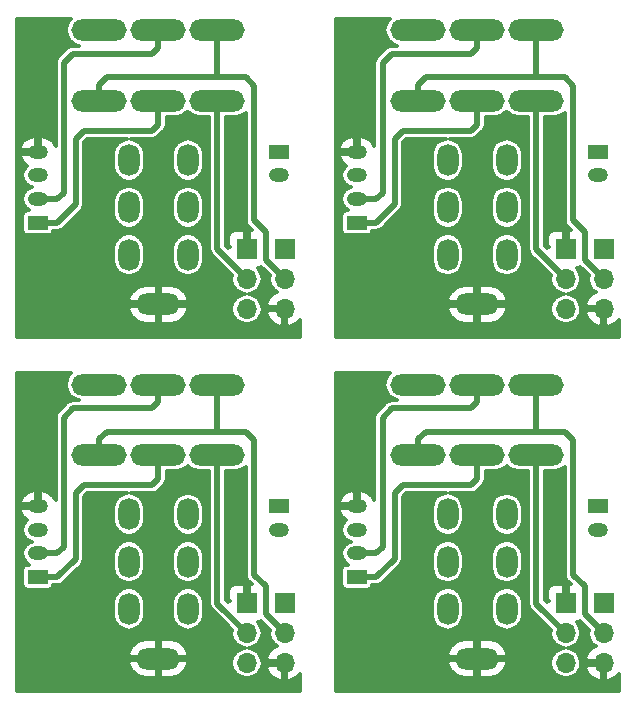
<source format=gbl>
%MOIN*%
%OFA0B0*%
%FSLAX46Y46*%
%IPPOS*%
%LPD*%
%ADD10C,0.0039370078740157488*%
%ADD11R,0.066929133858267723X0.066929133858267723*%
%ADD12O,0.066929133858267723X0.066929133858267723*%
%ADD13R,0.066929133858267723X0.047244094488188976*%
%ADD14O,0.066929133858267723X0.047244094488188976*%
%ADD15O,0.18503937007874016X0.070866141732283464*%
%ADD16O,0.070866141732283464X0.10629921259842522*%
%ADD17O,0.1456692913385827X0.070866141732283464*%
%ADD18C,0.01968503937007874*%
%ADD19C,0.011811023622047244*%
%ADD30C,0.0039370078740157488*%
%ADD31R,0.066929133858267723X0.066929133858267723*%
%ADD32O,0.066929133858267723X0.066929133858267723*%
%ADD33R,0.066929133858267723X0.047244094488188976*%
%ADD34O,0.066929133858267723X0.047244094488188976*%
%ADD35O,0.18503937007874016X0.070866141732283464*%
%ADD36O,0.070866141732283464X0.10629921259842522*%
%ADD37O,0.1456692913385827X0.070866141732283464*%
%ADD38C,0.01968503937007874*%
%ADD39C,0.011811023622047244*%
%ADD40C,0.0039370078740157488*%
%ADD41R,0.066929133858267723X0.066929133858267723*%
%ADD42O,0.066929133858267723X0.066929133858267723*%
%ADD43R,0.066929133858267723X0.047244094488188976*%
%ADD44O,0.066929133858267723X0.047244094488188976*%
%ADD45O,0.18503937007874016X0.070866141732283464*%
%ADD46O,0.070866141732283464X0.10629921259842522*%
%ADD47O,0.1456692913385827X0.070866141732283464*%
%ADD48C,0.01968503937007874*%
%ADD49C,0.011811023622047244*%
%ADD50C,0.0039370078740157488*%
%ADD51R,0.066929133858267723X0.066929133858267723*%
%ADD52O,0.066929133858267723X0.066929133858267723*%
%ADD53R,0.066929133858267723X0.047244094488188976*%
%ADD54O,0.066929133858267723X0.047244094488188976*%
%ADD55O,0.18503937007874016X0.070866141732283464*%
%ADD56O,0.070866141732283464X0.10629921259842522*%
%ADD57O,0.1456692913385827X0.070866141732283464*%
%ADD58C,0.01968503937007874*%
%ADD59C,0.011811023622047244*%
G01G01*
D10*
D11*
X-0004133858Y0003858267D02*
X0000913385Y0000314960D03*
D12*
X0000913385Y0000214960D03*
X0000913385Y0000114960D03*
D13*
X0000893700Y0000637795D03*
D14*
X0000893700Y0000559055D03*
D11*
X0000787401Y0000314960D03*
D12*
X0000787401Y0000214960D03*
X0000787401Y0000114960D03*
D15*
X0000688976Y0001043307D03*
X0000492125Y0001043307D03*
X0000295275Y0001043307D03*
X0000688976Y0000807086D03*
X0000492125Y0000807086D03*
X0000295275Y0000807086D03*
D16*
X0000393700Y0000610236D03*
X0000393700Y0000452755D03*
X0000393700Y0000295275D03*
X0000590551Y0000610236D03*
X0000590551Y0000452755D03*
X0000590551Y0000295275D03*
D17*
X0000492125Y0000129921D03*
D13*
X0000090551Y0000401574D03*
D14*
X0000090551Y0000480314D03*
X0000090551Y0000559055D03*
X0000090551Y0000637795D03*
D18*
X0000102362Y0000480314D02*
X0000155511Y0000480314D01*
X0000155511Y0000480314D02*
X0000177165Y0000501968D01*
X0000177165Y0000501968D02*
X0000177165Y0000933070D01*
X0000208661Y0000964566D02*
X0000472440Y0000964566D01*
X0000177165Y0000933070D02*
X0000208661Y0000964566D01*
X0000472440Y0000964566D02*
X0000492125Y0000984251D01*
X0000492125Y0000984251D02*
X0000492125Y0001043307D01*
X0000102362Y0000401574D02*
X0000155511Y0000401574D01*
X0000155511Y0000401574D02*
X0000216535Y0000462598D01*
X0000216535Y0000681102D02*
X0000244094Y0000708661D01*
X0000216535Y0000462598D02*
X0000216535Y0000681102D01*
X0000244094Y0000708661D02*
X0000472440Y0000708661D01*
X0000472440Y0000708661D02*
X0000492125Y0000728346D01*
X0000492125Y0000728346D02*
X0000492125Y0000807086D01*
X0000295275Y0000807086D02*
X0000295275Y0000860236D01*
X0000295275Y0000860236D02*
X0000320866Y0000885826D01*
X0000320866Y0000885826D02*
X0000685039Y0000885826D01*
X0000913385Y0000214960D02*
X0000850393Y0000277952D01*
X0000850393Y0000277952D02*
X0000850393Y0000370078D01*
X0000850393Y0000370078D02*
X0000811023Y0000409448D01*
X0000811023Y0000409448D02*
X0000811023Y0000858267D01*
X0000811023Y0000858267D02*
X0000783464Y0000885826D01*
X0000783464Y0000885826D02*
X0000685039Y0000885826D01*
X0000688976Y0000889763D02*
X0000685039Y0000885826D01*
X0000688976Y0000889763D02*
X0000688976Y0001043307D01*
X0000688976Y0000807086D02*
X0000688976Y0000313385D01*
X0000688976Y0000313385D02*
X0000787401Y0000214960D01*
D19*
G36*
X0000198446Y0001080889D02*
X0000186925Y0001063646D01*
X0000182879Y0001043307D01*
X0000186925Y0001022967D01*
X0000198446Y0001005724D01*
X0000215689Y0000994203D01*
X0000226133Y0000992125D01*
X0000208661Y0000992125D01*
X0000198115Y0000990028D01*
X0000189174Y0000984054D01*
X0000157678Y0000952558D01*
X0000151704Y0000943617D01*
X0000151704Y0000943617D01*
X0000149606Y0000933070D01*
X0000149606Y0000657263D01*
X0000141254Y0000672349D01*
X0000124921Y0000685355D01*
X0000104853Y0000691121D01*
X0000096456Y0000683780D01*
X0000096456Y0000643700D01*
X0000097244Y0000643700D01*
X0000097244Y0000631889D01*
X0000096456Y0000631889D01*
X0000096456Y0000631102D01*
X0000084645Y0000631102D01*
X0000084645Y0000631889D01*
X0000035323Y0000631889D01*
X0000029462Y0000623699D01*
X0000029734Y0000621508D01*
X0000039847Y0000603241D01*
X0000054908Y0000591248D01*
X0000050475Y0000588285D01*
X0000041514Y0000574874D01*
X0000038367Y0000559055D01*
X0000041514Y0000543235D01*
X0000050475Y0000529824D01*
X0000063886Y0000520863D01*
X0000069809Y0000519685D01*
X0000063886Y0000518506D01*
X0000050475Y0000509545D01*
X0000041514Y0000496134D01*
X0000038367Y0000480314D01*
X0000041514Y0000464495D01*
X0000050475Y0000451084D01*
X0000062184Y0000443260D01*
X0000057086Y0000443260D01*
X0000050521Y0000442025D01*
X0000044491Y0000438145D01*
X0000040446Y0000432224D01*
X0000039022Y0000425196D01*
X0000039022Y0000377952D01*
X0000040258Y0000371387D01*
X0000044138Y0000365357D01*
X0000050058Y0000361312D01*
X0000057086Y0000359889D01*
X0000124015Y0000359889D01*
X0000130581Y0000361124D01*
X0000136610Y0000365004D01*
X0000140656Y0000370924D01*
X0000141282Y0000374015D01*
X0000155511Y0000374015D01*
X0000166058Y0000376113D01*
X0000174998Y0000382087D01*
X0000236022Y0000443111D01*
X0000241996Y0000452052D01*
X0000244094Y0000462598D01*
X0000244094Y0000471860D01*
X0000340551Y0000471860D01*
X0000340551Y0000433651D01*
X0000344596Y0000413311D01*
X0000356118Y0000396068D01*
X0000373361Y0000384547D01*
X0000393700Y0000380501D01*
X0000414040Y0000384547D01*
X0000431283Y0000396068D01*
X0000442804Y0000413311D01*
X0000446850Y0000433651D01*
X0000446850Y0000471860D01*
X0000537401Y0000471860D01*
X0000537401Y0000433651D01*
X0000541447Y0000413311D01*
X0000552968Y0000396068D01*
X0000570211Y0000384547D01*
X0000590551Y0000380501D01*
X0000610890Y0000384547D01*
X0000628133Y0000396068D01*
X0000639654Y0000413311D01*
X0000643700Y0000433651D01*
X0000643700Y0000471860D01*
X0000639654Y0000492200D01*
X0000628133Y0000509443D01*
X0000610890Y0000520964D01*
X0000590551Y0000525010D01*
X0000570211Y0000520964D01*
X0000552968Y0000509443D01*
X0000541447Y0000492200D01*
X0000537401Y0000471860D01*
X0000446850Y0000471860D01*
X0000442804Y0000492200D01*
X0000431283Y0000509443D01*
X0000414040Y0000520964D01*
X0000393700Y0000525010D01*
X0000373361Y0000520964D01*
X0000356118Y0000509443D01*
X0000344596Y0000492200D01*
X0000340551Y0000471860D01*
X0000244094Y0000471860D01*
X0000244094Y0000669687D01*
X0000255509Y0000681102D01*
X0000386721Y0000681102D01*
X0000373361Y0000678444D01*
X0000356118Y0000666923D01*
X0000344596Y0000649680D01*
X0000340551Y0000629341D01*
X0000340551Y0000591131D01*
X0000344596Y0000570791D01*
X0000356118Y0000553548D01*
X0000373361Y0000542027D01*
X0000393700Y0000537981D01*
X0000414040Y0000542027D01*
X0000431283Y0000553548D01*
X0000442804Y0000570791D01*
X0000446850Y0000591131D01*
X0000446850Y0000629341D01*
X0000537401Y0000629341D01*
X0000537401Y0000591131D01*
X0000541447Y0000570791D01*
X0000552968Y0000553548D01*
X0000570211Y0000542027D01*
X0000590551Y0000537981D01*
X0000610890Y0000542027D01*
X0000628133Y0000553548D01*
X0000639654Y0000570791D01*
X0000643700Y0000591131D01*
X0000643700Y0000629341D01*
X0000639654Y0000649680D01*
X0000628133Y0000666923D01*
X0000610890Y0000678444D01*
X0000590551Y0000682490D01*
X0000570211Y0000678444D01*
X0000552968Y0000666923D01*
X0000541447Y0000649680D01*
X0000537401Y0000629341D01*
X0000446850Y0000629341D01*
X0000442804Y0000649680D01*
X0000431283Y0000666923D01*
X0000414040Y0000678444D01*
X0000400680Y0000681102D01*
X0000472440Y0000681102D01*
X0000482987Y0000683200D01*
X0000491928Y0000689174D01*
X0000511613Y0000708859D01*
X0000517587Y0000717800D01*
X0000519685Y0000728346D01*
X0000519685Y0000728346D01*
X0000519685Y0000753937D01*
X0000551372Y0000753937D01*
X0000571711Y0000757982D01*
X0000588954Y0000769504D01*
X0000590551Y0000771893D01*
X0000592147Y0000769504D01*
X0000609390Y0000757982D01*
X0000629730Y0000753937D01*
X0000661417Y0000753937D01*
X0000661417Y0000313385D01*
X0000663515Y0000302839D01*
X0000669489Y0000293898D01*
X0000737409Y0000225978D01*
X0000735217Y0000214960D01*
X0000739113Y0000195374D01*
X0000750208Y0000178770D01*
X0000766812Y0000167675D01*
X0000780461Y0000164960D01*
X0000766812Y0000162245D01*
X0000750208Y0000151151D01*
X0000739113Y0000134546D01*
X0000735217Y0000114960D01*
X0000739113Y0000095374D01*
X0000750208Y0000078770D01*
X0000766812Y0000067675D01*
X0000786398Y0000063779D01*
X0000788404Y0000063779D01*
X0000807990Y0000067675D01*
X0000824594Y0000078770D01*
X0000835689Y0000095374D01*
X0000836473Y0000099317D01*
X0000852367Y0000099317D01*
X0000859177Y0000082875D01*
X0000875581Y0000064572D01*
X0000897742Y0000053941D01*
X0000907480Y0000059627D01*
X0000907480Y0000109055D01*
X0000858090Y0000109055D01*
X0000852367Y0000099317D01*
X0000836473Y0000099317D01*
X0000839585Y0000114960D01*
X0000835689Y0000134546D01*
X0000824594Y0000151151D01*
X0000807990Y0000162245D01*
X0000794342Y0000164960D01*
X0000807990Y0000167675D01*
X0000824594Y0000178770D01*
X0000835689Y0000195374D01*
X0000839585Y0000214960D01*
X0000835689Y0000234546D01*
X0000824594Y0000251151D01*
X0000823371Y0000251968D01*
X0000826739Y0000251968D01*
X0000834280Y0000255091D01*
X0000863393Y0000225978D01*
X0000861202Y0000214960D01*
X0000865097Y0000195374D01*
X0000876192Y0000178770D01*
X0000887629Y0000171128D01*
X0000875581Y0000165348D01*
X0000859177Y0000147045D01*
X0000852367Y0000130604D01*
X0000858090Y0000120866D01*
X0000907480Y0000120866D01*
X0000907480Y0000121653D01*
X0000919291Y0000121653D01*
X0000919291Y0000120866D01*
X0000920078Y0000120866D01*
X0000920078Y0000109055D01*
X0000919291Y0000109055D01*
X0000919291Y0000059627D01*
X0000929029Y0000053941D01*
X0000951189Y0000064572D01*
X0000963582Y0000078399D01*
X0000963582Y0000020669D01*
X0000020669Y0000020669D01*
X0000020669Y0000113968D01*
X0000391752Y0000113968D01*
X0000392448Y0000110517D01*
X0000404614Y0000088162D01*
X0000424409Y0000072165D01*
X0000448818Y0000064960D01*
X0000486220Y0000064960D01*
X0000486220Y0000124015D01*
X0000498031Y0000124015D01*
X0000498031Y0000064960D01*
X0000535433Y0000064960D01*
X0000559842Y0000072165D01*
X0000579637Y0000088162D01*
X0000591803Y0000110517D01*
X0000592498Y0000113968D01*
X0000586802Y0000124015D01*
X0000498031Y0000124015D01*
X0000486220Y0000124015D01*
X0000397449Y0000124015D01*
X0000391752Y0000113968D01*
X0000020669Y0000113968D01*
X0000020669Y0000145874D01*
X0000391752Y0000145874D01*
X0000397449Y0000135826D01*
X0000486220Y0000135826D01*
X0000486220Y0000194881D01*
X0000498031Y0000194881D01*
X0000498031Y0000135826D01*
X0000586802Y0000135826D01*
X0000592498Y0000145874D01*
X0000591803Y0000149324D01*
X0000579637Y0000171679D01*
X0000559842Y0000187677D01*
X0000535433Y0000194881D01*
X0000498031Y0000194881D01*
X0000486220Y0000194881D01*
X0000448818Y0000194881D01*
X0000424409Y0000187677D01*
X0000404614Y0000171679D01*
X0000392448Y0000149324D01*
X0000391752Y0000145874D01*
X0000020669Y0000145874D01*
X0000020669Y0000314380D01*
X0000340551Y0000314380D01*
X0000340551Y0000276170D01*
X0000344596Y0000255831D01*
X0000356118Y0000238588D01*
X0000373361Y0000227066D01*
X0000393700Y0000223021D01*
X0000414040Y0000227066D01*
X0000431283Y0000238588D01*
X0000442804Y0000255831D01*
X0000446850Y0000276170D01*
X0000446850Y0000314380D01*
X0000537401Y0000314380D01*
X0000537401Y0000276170D01*
X0000541447Y0000255831D01*
X0000552968Y0000238588D01*
X0000570211Y0000227066D01*
X0000590551Y0000223021D01*
X0000610890Y0000227066D01*
X0000628133Y0000238588D01*
X0000639654Y0000255831D01*
X0000643700Y0000276170D01*
X0000643700Y0000314380D01*
X0000639654Y0000334719D01*
X0000628133Y0000351962D01*
X0000610890Y0000363484D01*
X0000590551Y0000367530D01*
X0000570211Y0000363484D01*
X0000552968Y0000351962D01*
X0000541447Y0000334719D01*
X0000537401Y0000314380D01*
X0000446850Y0000314380D01*
X0000442804Y0000334719D01*
X0000431283Y0000351962D01*
X0000414040Y0000363484D01*
X0000393700Y0000367530D01*
X0000373361Y0000363484D01*
X0000356118Y0000351962D01*
X0000344596Y0000334719D01*
X0000340551Y0000314380D01*
X0000020669Y0000314380D01*
X0000020669Y0000651890D01*
X0000029462Y0000651890D01*
X0000035323Y0000643700D01*
X0000084645Y0000643700D01*
X0000084645Y0000683780D01*
X0000076248Y0000691121D01*
X0000056180Y0000685355D01*
X0000039847Y0000672349D01*
X0000029734Y0000654081D01*
X0000029462Y0000651890D01*
X0000020669Y0000651890D01*
X0000020669Y0001081692D01*
X0000199649Y0001081692D01*
X0000198446Y0001080889D01*
X0000198446Y0001080889D01*
G37*
X0000198446Y0001080889D02*
X0000186925Y0001063646D01*
X0000182879Y0001043307D01*
X0000186925Y0001022967D01*
X0000198446Y0001005724D01*
X0000215689Y0000994203D01*
X0000226133Y0000992125D01*
X0000208661Y0000992125D01*
X0000198115Y0000990028D01*
X0000189174Y0000984054D01*
X0000157678Y0000952558D01*
X0000151704Y0000943617D01*
X0000151704Y0000943617D01*
X0000149606Y0000933070D01*
X0000149606Y0000657263D01*
X0000141254Y0000672349D01*
X0000124921Y0000685355D01*
X0000104853Y0000691121D01*
X0000096456Y0000683780D01*
X0000096456Y0000643700D01*
X0000097244Y0000643700D01*
X0000097244Y0000631889D01*
X0000096456Y0000631889D01*
X0000096456Y0000631102D01*
X0000084645Y0000631102D01*
X0000084645Y0000631889D01*
X0000035323Y0000631889D01*
X0000029462Y0000623699D01*
X0000029734Y0000621508D01*
X0000039847Y0000603241D01*
X0000054908Y0000591248D01*
X0000050475Y0000588285D01*
X0000041514Y0000574874D01*
X0000038367Y0000559055D01*
X0000041514Y0000543235D01*
X0000050475Y0000529824D01*
X0000063886Y0000520863D01*
X0000069809Y0000519685D01*
X0000063886Y0000518506D01*
X0000050475Y0000509545D01*
X0000041514Y0000496134D01*
X0000038367Y0000480314D01*
X0000041514Y0000464495D01*
X0000050475Y0000451084D01*
X0000062184Y0000443260D01*
X0000057086Y0000443260D01*
X0000050521Y0000442025D01*
X0000044491Y0000438145D01*
X0000040446Y0000432224D01*
X0000039022Y0000425196D01*
X0000039022Y0000377952D01*
X0000040258Y0000371387D01*
X0000044138Y0000365357D01*
X0000050058Y0000361312D01*
X0000057086Y0000359889D01*
X0000124015Y0000359889D01*
X0000130581Y0000361124D01*
X0000136610Y0000365004D01*
X0000140656Y0000370924D01*
X0000141282Y0000374015D01*
X0000155511Y0000374015D01*
X0000166058Y0000376113D01*
X0000174998Y0000382087D01*
X0000236022Y0000443111D01*
X0000241996Y0000452052D01*
X0000244094Y0000462598D01*
X0000244094Y0000471860D01*
X0000340551Y0000471860D01*
X0000340551Y0000433651D01*
X0000344596Y0000413311D01*
X0000356118Y0000396068D01*
X0000373361Y0000384547D01*
X0000393700Y0000380501D01*
X0000414040Y0000384547D01*
X0000431283Y0000396068D01*
X0000442804Y0000413311D01*
X0000446850Y0000433651D01*
X0000446850Y0000471860D01*
X0000537401Y0000471860D01*
X0000537401Y0000433651D01*
X0000541447Y0000413311D01*
X0000552968Y0000396068D01*
X0000570211Y0000384547D01*
X0000590551Y0000380501D01*
X0000610890Y0000384547D01*
X0000628133Y0000396068D01*
X0000639654Y0000413311D01*
X0000643700Y0000433651D01*
X0000643700Y0000471860D01*
X0000639654Y0000492200D01*
X0000628133Y0000509443D01*
X0000610890Y0000520964D01*
X0000590551Y0000525010D01*
X0000570211Y0000520964D01*
X0000552968Y0000509443D01*
X0000541447Y0000492200D01*
X0000537401Y0000471860D01*
X0000446850Y0000471860D01*
X0000442804Y0000492200D01*
X0000431283Y0000509443D01*
X0000414040Y0000520964D01*
X0000393700Y0000525010D01*
X0000373361Y0000520964D01*
X0000356118Y0000509443D01*
X0000344596Y0000492200D01*
X0000340551Y0000471860D01*
X0000244094Y0000471860D01*
X0000244094Y0000669687D01*
X0000255509Y0000681102D01*
X0000386721Y0000681102D01*
X0000373361Y0000678444D01*
X0000356118Y0000666923D01*
X0000344596Y0000649680D01*
X0000340551Y0000629341D01*
X0000340551Y0000591131D01*
X0000344596Y0000570791D01*
X0000356118Y0000553548D01*
X0000373361Y0000542027D01*
X0000393700Y0000537981D01*
X0000414040Y0000542027D01*
X0000431283Y0000553548D01*
X0000442804Y0000570791D01*
X0000446850Y0000591131D01*
X0000446850Y0000629341D01*
X0000537401Y0000629341D01*
X0000537401Y0000591131D01*
X0000541447Y0000570791D01*
X0000552968Y0000553548D01*
X0000570211Y0000542027D01*
X0000590551Y0000537981D01*
X0000610890Y0000542027D01*
X0000628133Y0000553548D01*
X0000639654Y0000570791D01*
X0000643700Y0000591131D01*
X0000643700Y0000629341D01*
X0000639654Y0000649680D01*
X0000628133Y0000666923D01*
X0000610890Y0000678444D01*
X0000590551Y0000682490D01*
X0000570211Y0000678444D01*
X0000552968Y0000666923D01*
X0000541447Y0000649680D01*
X0000537401Y0000629341D01*
X0000446850Y0000629341D01*
X0000442804Y0000649680D01*
X0000431283Y0000666923D01*
X0000414040Y0000678444D01*
X0000400680Y0000681102D01*
X0000472440Y0000681102D01*
X0000482987Y0000683200D01*
X0000491928Y0000689174D01*
X0000511613Y0000708859D01*
X0000517587Y0000717800D01*
X0000519685Y0000728346D01*
X0000519685Y0000728346D01*
X0000519685Y0000753937D01*
X0000551372Y0000753937D01*
X0000571711Y0000757982D01*
X0000588954Y0000769504D01*
X0000590551Y0000771893D01*
X0000592147Y0000769504D01*
X0000609390Y0000757982D01*
X0000629730Y0000753937D01*
X0000661417Y0000753937D01*
X0000661417Y0000313385D01*
X0000663515Y0000302839D01*
X0000669489Y0000293898D01*
X0000737409Y0000225978D01*
X0000735217Y0000214960D01*
X0000739113Y0000195374D01*
X0000750208Y0000178770D01*
X0000766812Y0000167675D01*
X0000780461Y0000164960D01*
X0000766812Y0000162245D01*
X0000750208Y0000151151D01*
X0000739113Y0000134546D01*
X0000735217Y0000114960D01*
X0000739113Y0000095374D01*
X0000750208Y0000078770D01*
X0000766812Y0000067675D01*
X0000786398Y0000063779D01*
X0000788404Y0000063779D01*
X0000807990Y0000067675D01*
X0000824594Y0000078770D01*
X0000835689Y0000095374D01*
X0000836473Y0000099317D01*
X0000852367Y0000099317D01*
X0000859177Y0000082875D01*
X0000875581Y0000064572D01*
X0000897742Y0000053941D01*
X0000907480Y0000059627D01*
X0000907480Y0000109055D01*
X0000858090Y0000109055D01*
X0000852367Y0000099317D01*
X0000836473Y0000099317D01*
X0000839585Y0000114960D01*
X0000835689Y0000134546D01*
X0000824594Y0000151151D01*
X0000807990Y0000162245D01*
X0000794342Y0000164960D01*
X0000807990Y0000167675D01*
X0000824594Y0000178770D01*
X0000835689Y0000195374D01*
X0000839585Y0000214960D01*
X0000835689Y0000234546D01*
X0000824594Y0000251151D01*
X0000823371Y0000251968D01*
X0000826739Y0000251968D01*
X0000834280Y0000255091D01*
X0000863393Y0000225978D01*
X0000861202Y0000214960D01*
X0000865097Y0000195374D01*
X0000876192Y0000178770D01*
X0000887629Y0000171128D01*
X0000875581Y0000165348D01*
X0000859177Y0000147045D01*
X0000852367Y0000130604D01*
X0000858090Y0000120866D01*
X0000907480Y0000120866D01*
X0000907480Y0000121653D01*
X0000919291Y0000121653D01*
X0000919291Y0000120866D01*
X0000920078Y0000120866D01*
X0000920078Y0000109055D01*
X0000919291Y0000109055D01*
X0000919291Y0000059627D01*
X0000929029Y0000053941D01*
X0000951189Y0000064572D01*
X0000963582Y0000078399D01*
X0000963582Y0000020669D01*
X0000020669Y0000020669D01*
X0000020669Y0000113968D01*
X0000391752Y0000113968D01*
X0000392448Y0000110517D01*
X0000404614Y0000088162D01*
X0000424409Y0000072165D01*
X0000448818Y0000064960D01*
X0000486220Y0000064960D01*
X0000486220Y0000124015D01*
X0000498031Y0000124015D01*
X0000498031Y0000064960D01*
X0000535433Y0000064960D01*
X0000559842Y0000072165D01*
X0000579637Y0000088162D01*
X0000591803Y0000110517D01*
X0000592498Y0000113968D01*
X0000586802Y0000124015D01*
X0000498031Y0000124015D01*
X0000486220Y0000124015D01*
X0000397449Y0000124015D01*
X0000391752Y0000113968D01*
X0000020669Y0000113968D01*
X0000020669Y0000145874D01*
X0000391752Y0000145874D01*
X0000397449Y0000135826D01*
X0000486220Y0000135826D01*
X0000486220Y0000194881D01*
X0000498031Y0000194881D01*
X0000498031Y0000135826D01*
X0000586802Y0000135826D01*
X0000592498Y0000145874D01*
X0000591803Y0000149324D01*
X0000579637Y0000171679D01*
X0000559842Y0000187677D01*
X0000535433Y0000194881D01*
X0000498031Y0000194881D01*
X0000486220Y0000194881D01*
X0000448818Y0000194881D01*
X0000424409Y0000187677D01*
X0000404614Y0000171679D01*
X0000392448Y0000149324D01*
X0000391752Y0000145874D01*
X0000020669Y0000145874D01*
X0000020669Y0000314380D01*
X0000340551Y0000314380D01*
X0000340551Y0000276170D01*
X0000344596Y0000255831D01*
X0000356118Y0000238588D01*
X0000373361Y0000227066D01*
X0000393700Y0000223021D01*
X0000414040Y0000227066D01*
X0000431283Y0000238588D01*
X0000442804Y0000255831D01*
X0000446850Y0000276170D01*
X0000446850Y0000314380D01*
X0000537401Y0000314380D01*
X0000537401Y0000276170D01*
X0000541447Y0000255831D01*
X0000552968Y0000238588D01*
X0000570211Y0000227066D01*
X0000590551Y0000223021D01*
X0000610890Y0000227066D01*
X0000628133Y0000238588D01*
X0000639654Y0000255831D01*
X0000643700Y0000276170D01*
X0000643700Y0000314380D01*
X0000639654Y0000334719D01*
X0000628133Y0000351962D01*
X0000610890Y0000363484D01*
X0000590551Y0000367530D01*
X0000570211Y0000363484D01*
X0000552968Y0000351962D01*
X0000541447Y0000334719D01*
X0000537401Y0000314380D01*
X0000446850Y0000314380D01*
X0000442804Y0000334719D01*
X0000431283Y0000351962D01*
X0000414040Y0000363484D01*
X0000393700Y0000367530D01*
X0000373361Y0000363484D01*
X0000356118Y0000351962D01*
X0000344596Y0000334719D01*
X0000340551Y0000314380D01*
X0000020669Y0000314380D01*
X0000020669Y0000651890D01*
X0000029462Y0000651890D01*
X0000035323Y0000643700D01*
X0000084645Y0000643700D01*
X0000084645Y0000683780D01*
X0000076248Y0000691121D01*
X0000056180Y0000685355D01*
X0000039847Y0000672349D01*
X0000029734Y0000654081D01*
X0000029462Y0000651890D01*
X0000020669Y0000651890D01*
X0000020669Y0001081692D01*
X0000199649Y0001081692D01*
X0000198446Y0001080889D01*
G36*
X0000783464Y0000409448D02*
X0000785562Y0000398902D01*
X0000791536Y0000389961D01*
X0000803545Y0000377952D01*
X0000800688Y0000377952D01*
X0000793307Y0000370570D01*
X0000793307Y0000320866D01*
X0000794094Y0000320866D01*
X0000794094Y0000309055D01*
X0000793307Y0000309055D01*
X0000793307Y0000308267D01*
X0000781496Y0000308267D01*
X0000781496Y0000309055D01*
X0000780708Y0000309055D01*
X0000780708Y0000320866D01*
X0000781496Y0000320866D01*
X0000781496Y0000370570D01*
X0000774114Y0000377952D01*
X0000748063Y0000377952D01*
X0000737210Y0000373457D01*
X0000728904Y0000365151D01*
X0000724409Y0000354298D01*
X0000724409Y0000328248D01*
X0000731791Y0000320866D01*
X0000724409Y0000320866D01*
X0000724409Y0000316927D01*
X0000716535Y0000324801D01*
X0000716535Y0000753937D01*
X0000748222Y0000753937D01*
X0000768562Y0000757982D01*
X0000783464Y0000767940D01*
X0000783464Y0000409448D01*
X0000783464Y0000409448D01*
G37*
X0000783464Y0000409448D02*
X0000785562Y0000398902D01*
X0000791536Y0000389961D01*
X0000803545Y0000377952D01*
X0000800688Y0000377952D01*
X0000793307Y0000370570D01*
X0000793307Y0000320866D01*
X0000794094Y0000320866D01*
X0000794094Y0000309055D01*
X0000793307Y0000309055D01*
X0000793307Y0000308267D01*
X0000781496Y0000308267D01*
X0000781496Y0000309055D01*
X0000780708Y0000309055D01*
X0000780708Y0000320866D01*
X0000781496Y0000320866D01*
X0000781496Y0000370570D01*
X0000774114Y0000377952D01*
X0000748063Y0000377952D01*
X0000737210Y0000373457D01*
X0000728904Y0000365151D01*
X0000724409Y0000354298D01*
X0000724409Y0000328248D01*
X0000731791Y0000320866D01*
X0000724409Y0000320866D01*
X0000724409Y0000316927D01*
X0000716535Y0000324801D01*
X0000716535Y0000753937D01*
X0000748222Y0000753937D01*
X0000768562Y0000757982D01*
X0000783464Y0000767940D01*
X0000783464Y0000409448D01*
G04 next file*
G04 #@! TF.FileFunction,Copper,L2,Bot,Signal*
G04 Gerber Fmt 4.6, Leading zero omitted, Abs format (unit mm)*
G04 Created by KiCad (PCBNEW 4.0.4-1.fc24-product) date Mon Apr 30 15:41:36 2018*
G01G01*
G04 APERTURE LIST*
G04 APERTURE END LIST*
D30*
D31*
X-0003070866Y0003858267D02*
X0001976377Y0000314960D03*
D32*
X0001976377Y0000214960D03*
X0001976377Y0000114960D03*
D33*
X0001956692Y0000637795D03*
D34*
X0001956692Y0000559055D03*
D31*
X0001850393Y0000314960D03*
D32*
X0001850393Y0000214960D03*
X0001850393Y0000114960D03*
D35*
X0001751968Y0001043307D03*
X0001555118Y0001043307D03*
X0001358267Y0001043307D03*
X0001751968Y0000807086D03*
X0001555118Y0000807086D03*
X0001358267Y0000807086D03*
D36*
X0001456692Y0000610236D03*
X0001456692Y0000452755D03*
X0001456692Y0000295275D03*
X0001653543Y0000610236D03*
X0001653543Y0000452755D03*
X0001653543Y0000295275D03*
D37*
X0001555118Y0000129921D03*
D33*
X0001153543Y0000401574D03*
D34*
X0001153543Y0000480314D03*
X0001153543Y0000559055D03*
X0001153543Y0000637795D03*
D38*
X0001165354Y0000480314D02*
X0001218503Y0000480314D01*
X0001218503Y0000480314D02*
X0001240157Y0000501968D01*
X0001240157Y0000501968D02*
X0001240157Y0000933070D01*
X0001271653Y0000964566D02*
X0001535433Y0000964566D01*
X0001240157Y0000933070D02*
X0001271653Y0000964566D01*
X0001535433Y0000964566D02*
X0001555118Y0000984251D01*
X0001555118Y0000984251D02*
X0001555118Y0001043307D01*
X0001165354Y0000401574D02*
X0001218503Y0000401574D01*
X0001218503Y0000401574D02*
X0001279527Y0000462598D01*
X0001279527Y0000681102D02*
X0001307086Y0000708661D01*
X0001279527Y0000462598D02*
X0001279527Y0000681102D01*
X0001307086Y0000708661D02*
X0001535433Y0000708661D01*
X0001535433Y0000708661D02*
X0001555118Y0000728346D01*
X0001555118Y0000728346D02*
X0001555118Y0000807086D01*
X0001358267Y0000807086D02*
X0001358267Y0000860236D01*
X0001358267Y0000860236D02*
X0001383858Y0000885826D01*
X0001383858Y0000885826D02*
X0001748031Y0000885826D01*
X0001976377Y0000214960D02*
X0001913385Y0000277952D01*
X0001913385Y0000277952D02*
X0001913385Y0000370078D01*
X0001913385Y0000370078D02*
X0001874015Y0000409448D01*
X0001874015Y0000409448D02*
X0001874015Y0000858267D01*
X0001874015Y0000858267D02*
X0001846456Y0000885826D01*
X0001846456Y0000885826D02*
X0001748031Y0000885826D01*
X0001751968Y0000889763D02*
X0001748031Y0000885826D01*
X0001751968Y0000889763D02*
X0001751968Y0001043307D01*
X0001751968Y0000807086D02*
X0001751968Y0000313385D01*
X0001751968Y0000313385D02*
X0001850393Y0000214960D01*
D39*
G36*
X0001261438Y0001080889D02*
X0001249917Y0001063646D01*
X0001245871Y0001043307D01*
X0001249917Y0001022967D01*
X0001261438Y0001005724D01*
X0001278681Y0000994203D01*
X0001289125Y0000992125D01*
X0001271653Y0000992125D01*
X0001261107Y0000990028D01*
X0001252166Y0000984054D01*
X0001220670Y0000952558D01*
X0001214696Y0000943617D01*
X0001214696Y0000943617D01*
X0001212598Y0000933070D01*
X0001212598Y0000657263D01*
X0001204247Y0000672349D01*
X0001187913Y0000685355D01*
X0001167845Y0000691121D01*
X0001159448Y0000683780D01*
X0001159448Y0000643700D01*
X0001160236Y0000643700D01*
X0001160236Y0000631889D01*
X0001159448Y0000631889D01*
X0001159448Y0000631102D01*
X0001147637Y0000631102D01*
X0001147637Y0000631889D01*
X0001098315Y0000631889D01*
X0001092454Y0000623699D01*
X0001092726Y0000621508D01*
X0001102839Y0000603241D01*
X0001117900Y0000591248D01*
X0001113467Y0000588285D01*
X0001104506Y0000574874D01*
X0001101359Y0000559055D01*
X0001104506Y0000543235D01*
X0001113467Y0000529824D01*
X0001126878Y0000520863D01*
X0001132801Y0000519685D01*
X0001126878Y0000518506D01*
X0001113467Y0000509545D01*
X0001104506Y0000496134D01*
X0001101359Y0000480314D01*
X0001104506Y0000464495D01*
X0001113467Y0000451084D01*
X0001125176Y0000443260D01*
X0001120078Y0000443260D01*
X0001113513Y0000442025D01*
X0001107483Y0000438145D01*
X0001103438Y0000432224D01*
X0001102015Y0000425196D01*
X0001102015Y0000377952D01*
X0001103250Y0000371387D01*
X0001107130Y0000365357D01*
X0001113050Y0000361312D01*
X0001120078Y0000359889D01*
X0001187007Y0000359889D01*
X0001193573Y0000361124D01*
X0001199603Y0000365004D01*
X0001203648Y0000370924D01*
X0001204274Y0000374015D01*
X0001218503Y0000374015D01*
X0001229050Y0000376113D01*
X0001237991Y0000382087D01*
X0001299014Y0000443111D01*
X0001304988Y0000452052D01*
X0001307086Y0000462598D01*
X0001307086Y0000471860D01*
X0001403543Y0000471860D01*
X0001403543Y0000433651D01*
X0001407589Y0000413311D01*
X0001419110Y0000396068D01*
X0001436353Y0000384547D01*
X0001456692Y0000380501D01*
X0001477032Y0000384547D01*
X0001494275Y0000396068D01*
X0001505796Y0000413311D01*
X0001509842Y0000433651D01*
X0001509842Y0000471860D01*
X0001600393Y0000471860D01*
X0001600393Y0000433651D01*
X0001604439Y0000413311D01*
X0001615960Y0000396068D01*
X0001633203Y0000384547D01*
X0001653543Y0000380501D01*
X0001673882Y0000384547D01*
X0001691125Y0000396068D01*
X0001702647Y0000413311D01*
X0001706692Y0000433651D01*
X0001706692Y0000471860D01*
X0001702647Y0000492200D01*
X0001691125Y0000509443D01*
X0001673882Y0000520964D01*
X0001653543Y0000525010D01*
X0001633203Y0000520964D01*
X0001615960Y0000509443D01*
X0001604439Y0000492200D01*
X0001600393Y0000471860D01*
X0001509842Y0000471860D01*
X0001505796Y0000492200D01*
X0001494275Y0000509443D01*
X0001477032Y0000520964D01*
X0001456692Y0000525010D01*
X0001436353Y0000520964D01*
X0001419110Y0000509443D01*
X0001407589Y0000492200D01*
X0001403543Y0000471860D01*
X0001307086Y0000471860D01*
X0001307086Y0000669687D01*
X0001318501Y0000681102D01*
X0001449713Y0000681102D01*
X0001436353Y0000678444D01*
X0001419110Y0000666923D01*
X0001407589Y0000649680D01*
X0001403543Y0000629341D01*
X0001403543Y0000591131D01*
X0001407589Y0000570791D01*
X0001419110Y0000553548D01*
X0001436353Y0000542027D01*
X0001456692Y0000537981D01*
X0001477032Y0000542027D01*
X0001494275Y0000553548D01*
X0001505796Y0000570791D01*
X0001509842Y0000591131D01*
X0001509842Y0000629341D01*
X0001600393Y0000629341D01*
X0001600393Y0000591131D01*
X0001604439Y0000570791D01*
X0001615960Y0000553548D01*
X0001633203Y0000542027D01*
X0001653543Y0000537981D01*
X0001673882Y0000542027D01*
X0001691125Y0000553548D01*
X0001702647Y0000570791D01*
X0001706692Y0000591131D01*
X0001706692Y0000629341D01*
X0001702647Y0000649680D01*
X0001691125Y0000666923D01*
X0001673882Y0000678444D01*
X0001653543Y0000682490D01*
X0001633203Y0000678444D01*
X0001615960Y0000666923D01*
X0001604439Y0000649680D01*
X0001600393Y0000629341D01*
X0001509842Y0000629341D01*
X0001505796Y0000649680D01*
X0001494275Y0000666923D01*
X0001477032Y0000678444D01*
X0001463672Y0000681102D01*
X0001535433Y0000681102D01*
X0001545979Y0000683200D01*
X0001554920Y0000689174D01*
X0001574605Y0000708859D01*
X0001580579Y0000717800D01*
X0001582677Y0000728346D01*
X0001582677Y0000728346D01*
X0001582677Y0000753937D01*
X0001614364Y0000753937D01*
X0001634703Y0000757982D01*
X0001651946Y0000769504D01*
X0001653543Y0000771893D01*
X0001655139Y0000769504D01*
X0001672382Y0000757982D01*
X0001692722Y0000753937D01*
X0001724409Y0000753937D01*
X0001724409Y0000313385D01*
X0001726507Y0000302839D01*
X0001732481Y0000293898D01*
X0001800401Y0000225978D01*
X0001798209Y0000214960D01*
X0001802105Y0000195374D01*
X0001813200Y0000178770D01*
X0001829804Y0000167675D01*
X0001843453Y0000164960D01*
X0001829804Y0000162245D01*
X0001813200Y0000151151D01*
X0001802105Y0000134546D01*
X0001798209Y0000114960D01*
X0001802105Y0000095374D01*
X0001813200Y0000078770D01*
X0001829804Y0000067675D01*
X0001849390Y0000063779D01*
X0001851396Y0000063779D01*
X0001870982Y0000067675D01*
X0001887586Y0000078770D01*
X0001898681Y0000095374D01*
X0001899465Y0000099317D01*
X0001915359Y0000099317D01*
X0001922169Y0000082875D01*
X0001938574Y0000064572D01*
X0001960734Y0000053941D01*
X0001970472Y0000059627D01*
X0001970472Y0000109055D01*
X0001921082Y0000109055D01*
X0001915359Y0000099317D01*
X0001899465Y0000099317D01*
X0001902577Y0000114960D01*
X0001898681Y0000134546D01*
X0001887586Y0000151151D01*
X0001870982Y0000162245D01*
X0001857334Y0000164960D01*
X0001870982Y0000167675D01*
X0001887586Y0000178770D01*
X0001898681Y0000195374D01*
X0001902577Y0000214960D01*
X0001898681Y0000234546D01*
X0001887586Y0000251151D01*
X0001886363Y0000251968D01*
X0001889731Y0000251968D01*
X0001897272Y0000255091D01*
X0001926385Y0000225978D01*
X0001924194Y0000214960D01*
X0001928090Y0000195374D01*
X0001939184Y0000178770D01*
X0001950621Y0000171128D01*
X0001938574Y0000165348D01*
X0001922169Y0000147045D01*
X0001915359Y0000130604D01*
X0001921082Y0000120866D01*
X0001970472Y0000120866D01*
X0001970472Y0000121653D01*
X0001982283Y0000121653D01*
X0001982283Y0000120866D01*
X0001983070Y0000120866D01*
X0001983070Y0000109055D01*
X0001982283Y0000109055D01*
X0001982283Y0000059627D01*
X0001992021Y0000053941D01*
X0002014181Y0000064572D01*
X0002026574Y0000078399D01*
X0002026574Y0000020669D01*
X0001083661Y0000020669D01*
X0001083661Y0000113968D01*
X0001454745Y0000113968D01*
X0001455440Y0000110517D01*
X0001467606Y0000088162D01*
X0001487401Y0000072165D01*
X0001511811Y0000064960D01*
X0001549212Y0000064960D01*
X0001549212Y0000124015D01*
X0001561023Y0000124015D01*
X0001561023Y0000064960D01*
X0001598425Y0000064960D01*
X0001622835Y0000072165D01*
X0001642629Y0000088162D01*
X0001654795Y0000110517D01*
X0001655491Y0000113968D01*
X0001649794Y0000124015D01*
X0001561023Y0000124015D01*
X0001549212Y0000124015D01*
X0001460441Y0000124015D01*
X0001454745Y0000113968D01*
X0001083661Y0000113968D01*
X0001083661Y0000145874D01*
X0001454745Y0000145874D01*
X0001460441Y0000135826D01*
X0001549212Y0000135826D01*
X0001549212Y0000194881D01*
X0001561023Y0000194881D01*
X0001561023Y0000135826D01*
X0001649794Y0000135826D01*
X0001655491Y0000145874D01*
X0001654795Y0000149324D01*
X0001642629Y0000171679D01*
X0001622835Y0000187677D01*
X0001598425Y0000194881D01*
X0001561023Y0000194881D01*
X0001549212Y0000194881D01*
X0001511811Y0000194881D01*
X0001487401Y0000187677D01*
X0001467606Y0000171679D01*
X0001455440Y0000149324D01*
X0001454745Y0000145874D01*
X0001083661Y0000145874D01*
X0001083661Y0000314380D01*
X0001403543Y0000314380D01*
X0001403543Y0000276170D01*
X0001407589Y0000255831D01*
X0001419110Y0000238588D01*
X0001436353Y0000227066D01*
X0001456692Y0000223021D01*
X0001477032Y0000227066D01*
X0001494275Y0000238588D01*
X0001505796Y0000255831D01*
X0001509842Y0000276170D01*
X0001509842Y0000314380D01*
X0001600393Y0000314380D01*
X0001600393Y0000276170D01*
X0001604439Y0000255831D01*
X0001615960Y0000238588D01*
X0001633203Y0000227066D01*
X0001653543Y0000223021D01*
X0001673882Y0000227066D01*
X0001691125Y0000238588D01*
X0001702647Y0000255831D01*
X0001706692Y0000276170D01*
X0001706692Y0000314380D01*
X0001702647Y0000334719D01*
X0001691125Y0000351962D01*
X0001673882Y0000363484D01*
X0001653543Y0000367530D01*
X0001633203Y0000363484D01*
X0001615960Y0000351962D01*
X0001604439Y0000334719D01*
X0001600393Y0000314380D01*
X0001509842Y0000314380D01*
X0001505796Y0000334719D01*
X0001494275Y0000351962D01*
X0001477032Y0000363484D01*
X0001456692Y0000367530D01*
X0001436353Y0000363484D01*
X0001419110Y0000351962D01*
X0001407589Y0000334719D01*
X0001403543Y0000314380D01*
X0001083661Y0000314380D01*
X0001083661Y0000651890D01*
X0001092454Y0000651890D01*
X0001098315Y0000643700D01*
X0001147637Y0000643700D01*
X0001147637Y0000683780D01*
X0001139240Y0000691121D01*
X0001119173Y0000685355D01*
X0001102839Y0000672349D01*
X0001092726Y0000654081D01*
X0001092454Y0000651890D01*
X0001083661Y0000651890D01*
X0001083661Y0001081692D01*
X0001262641Y0001081692D01*
X0001261438Y0001080889D01*
X0001261438Y0001080889D01*
G37*
X0001261438Y0001080889D02*
X0001249917Y0001063646D01*
X0001245871Y0001043307D01*
X0001249917Y0001022967D01*
X0001261438Y0001005724D01*
X0001278681Y0000994203D01*
X0001289125Y0000992125D01*
X0001271653Y0000992125D01*
X0001261107Y0000990028D01*
X0001252166Y0000984054D01*
X0001220670Y0000952558D01*
X0001214696Y0000943617D01*
X0001214696Y0000943617D01*
X0001212598Y0000933070D01*
X0001212598Y0000657263D01*
X0001204247Y0000672349D01*
X0001187913Y0000685355D01*
X0001167845Y0000691121D01*
X0001159448Y0000683780D01*
X0001159448Y0000643700D01*
X0001160236Y0000643700D01*
X0001160236Y0000631889D01*
X0001159448Y0000631889D01*
X0001159448Y0000631102D01*
X0001147637Y0000631102D01*
X0001147637Y0000631889D01*
X0001098315Y0000631889D01*
X0001092454Y0000623699D01*
X0001092726Y0000621508D01*
X0001102839Y0000603241D01*
X0001117900Y0000591248D01*
X0001113467Y0000588285D01*
X0001104506Y0000574874D01*
X0001101359Y0000559055D01*
X0001104506Y0000543235D01*
X0001113467Y0000529824D01*
X0001126878Y0000520863D01*
X0001132801Y0000519685D01*
X0001126878Y0000518506D01*
X0001113467Y0000509545D01*
X0001104506Y0000496134D01*
X0001101359Y0000480314D01*
X0001104506Y0000464495D01*
X0001113467Y0000451084D01*
X0001125176Y0000443260D01*
X0001120078Y0000443260D01*
X0001113513Y0000442025D01*
X0001107483Y0000438145D01*
X0001103438Y0000432224D01*
X0001102015Y0000425196D01*
X0001102015Y0000377952D01*
X0001103250Y0000371387D01*
X0001107130Y0000365357D01*
X0001113050Y0000361312D01*
X0001120078Y0000359889D01*
X0001187007Y0000359889D01*
X0001193573Y0000361124D01*
X0001199603Y0000365004D01*
X0001203648Y0000370924D01*
X0001204274Y0000374015D01*
X0001218503Y0000374015D01*
X0001229050Y0000376113D01*
X0001237991Y0000382087D01*
X0001299014Y0000443111D01*
X0001304988Y0000452052D01*
X0001307086Y0000462598D01*
X0001307086Y0000471860D01*
X0001403543Y0000471860D01*
X0001403543Y0000433651D01*
X0001407589Y0000413311D01*
X0001419110Y0000396068D01*
X0001436353Y0000384547D01*
X0001456692Y0000380501D01*
X0001477032Y0000384547D01*
X0001494275Y0000396068D01*
X0001505796Y0000413311D01*
X0001509842Y0000433651D01*
X0001509842Y0000471860D01*
X0001600393Y0000471860D01*
X0001600393Y0000433651D01*
X0001604439Y0000413311D01*
X0001615960Y0000396068D01*
X0001633203Y0000384547D01*
X0001653543Y0000380501D01*
X0001673882Y0000384547D01*
X0001691125Y0000396068D01*
X0001702647Y0000413311D01*
X0001706692Y0000433651D01*
X0001706692Y0000471860D01*
X0001702647Y0000492200D01*
X0001691125Y0000509443D01*
X0001673882Y0000520964D01*
X0001653543Y0000525010D01*
X0001633203Y0000520964D01*
X0001615960Y0000509443D01*
X0001604439Y0000492200D01*
X0001600393Y0000471860D01*
X0001509842Y0000471860D01*
X0001505796Y0000492200D01*
X0001494275Y0000509443D01*
X0001477032Y0000520964D01*
X0001456692Y0000525010D01*
X0001436353Y0000520964D01*
X0001419110Y0000509443D01*
X0001407589Y0000492200D01*
X0001403543Y0000471860D01*
X0001307086Y0000471860D01*
X0001307086Y0000669687D01*
X0001318501Y0000681102D01*
X0001449713Y0000681102D01*
X0001436353Y0000678444D01*
X0001419110Y0000666923D01*
X0001407589Y0000649680D01*
X0001403543Y0000629341D01*
X0001403543Y0000591131D01*
X0001407589Y0000570791D01*
X0001419110Y0000553548D01*
X0001436353Y0000542027D01*
X0001456692Y0000537981D01*
X0001477032Y0000542027D01*
X0001494275Y0000553548D01*
X0001505796Y0000570791D01*
X0001509842Y0000591131D01*
X0001509842Y0000629341D01*
X0001600393Y0000629341D01*
X0001600393Y0000591131D01*
X0001604439Y0000570791D01*
X0001615960Y0000553548D01*
X0001633203Y0000542027D01*
X0001653543Y0000537981D01*
X0001673882Y0000542027D01*
X0001691125Y0000553548D01*
X0001702647Y0000570791D01*
X0001706692Y0000591131D01*
X0001706692Y0000629341D01*
X0001702647Y0000649680D01*
X0001691125Y0000666923D01*
X0001673882Y0000678444D01*
X0001653543Y0000682490D01*
X0001633203Y0000678444D01*
X0001615960Y0000666923D01*
X0001604439Y0000649680D01*
X0001600393Y0000629341D01*
X0001509842Y0000629341D01*
X0001505796Y0000649680D01*
X0001494275Y0000666923D01*
X0001477032Y0000678444D01*
X0001463672Y0000681102D01*
X0001535433Y0000681102D01*
X0001545979Y0000683200D01*
X0001554920Y0000689174D01*
X0001574605Y0000708859D01*
X0001580579Y0000717800D01*
X0001582677Y0000728346D01*
X0001582677Y0000728346D01*
X0001582677Y0000753937D01*
X0001614364Y0000753937D01*
X0001634703Y0000757982D01*
X0001651946Y0000769504D01*
X0001653543Y0000771893D01*
X0001655139Y0000769504D01*
X0001672382Y0000757982D01*
X0001692722Y0000753937D01*
X0001724409Y0000753937D01*
X0001724409Y0000313385D01*
X0001726507Y0000302839D01*
X0001732481Y0000293898D01*
X0001800401Y0000225978D01*
X0001798209Y0000214960D01*
X0001802105Y0000195374D01*
X0001813200Y0000178770D01*
X0001829804Y0000167675D01*
X0001843453Y0000164960D01*
X0001829804Y0000162245D01*
X0001813200Y0000151151D01*
X0001802105Y0000134546D01*
X0001798209Y0000114960D01*
X0001802105Y0000095374D01*
X0001813200Y0000078770D01*
X0001829804Y0000067675D01*
X0001849390Y0000063779D01*
X0001851396Y0000063779D01*
X0001870982Y0000067675D01*
X0001887586Y0000078770D01*
X0001898681Y0000095374D01*
X0001899465Y0000099317D01*
X0001915359Y0000099317D01*
X0001922169Y0000082875D01*
X0001938574Y0000064572D01*
X0001960734Y0000053941D01*
X0001970472Y0000059627D01*
X0001970472Y0000109055D01*
X0001921082Y0000109055D01*
X0001915359Y0000099317D01*
X0001899465Y0000099317D01*
X0001902577Y0000114960D01*
X0001898681Y0000134546D01*
X0001887586Y0000151151D01*
X0001870982Y0000162245D01*
X0001857334Y0000164960D01*
X0001870982Y0000167675D01*
X0001887586Y0000178770D01*
X0001898681Y0000195374D01*
X0001902577Y0000214960D01*
X0001898681Y0000234546D01*
X0001887586Y0000251151D01*
X0001886363Y0000251968D01*
X0001889731Y0000251968D01*
X0001897272Y0000255091D01*
X0001926385Y0000225978D01*
X0001924194Y0000214960D01*
X0001928090Y0000195374D01*
X0001939184Y0000178770D01*
X0001950621Y0000171128D01*
X0001938574Y0000165348D01*
X0001922169Y0000147045D01*
X0001915359Y0000130604D01*
X0001921082Y0000120866D01*
X0001970472Y0000120866D01*
X0001970472Y0000121653D01*
X0001982283Y0000121653D01*
X0001982283Y0000120866D01*
X0001983070Y0000120866D01*
X0001983070Y0000109055D01*
X0001982283Y0000109055D01*
X0001982283Y0000059627D01*
X0001992021Y0000053941D01*
X0002014181Y0000064572D01*
X0002026574Y0000078399D01*
X0002026574Y0000020669D01*
X0001083661Y0000020669D01*
X0001083661Y0000113968D01*
X0001454745Y0000113968D01*
X0001455440Y0000110517D01*
X0001467606Y0000088162D01*
X0001487401Y0000072165D01*
X0001511811Y0000064960D01*
X0001549212Y0000064960D01*
X0001549212Y0000124015D01*
X0001561023Y0000124015D01*
X0001561023Y0000064960D01*
X0001598425Y0000064960D01*
X0001622835Y0000072165D01*
X0001642629Y0000088162D01*
X0001654795Y0000110517D01*
X0001655491Y0000113968D01*
X0001649794Y0000124015D01*
X0001561023Y0000124015D01*
X0001549212Y0000124015D01*
X0001460441Y0000124015D01*
X0001454745Y0000113968D01*
X0001083661Y0000113968D01*
X0001083661Y0000145874D01*
X0001454745Y0000145874D01*
X0001460441Y0000135826D01*
X0001549212Y0000135826D01*
X0001549212Y0000194881D01*
X0001561023Y0000194881D01*
X0001561023Y0000135826D01*
X0001649794Y0000135826D01*
X0001655491Y0000145874D01*
X0001654795Y0000149324D01*
X0001642629Y0000171679D01*
X0001622835Y0000187677D01*
X0001598425Y0000194881D01*
X0001561023Y0000194881D01*
X0001549212Y0000194881D01*
X0001511811Y0000194881D01*
X0001487401Y0000187677D01*
X0001467606Y0000171679D01*
X0001455440Y0000149324D01*
X0001454745Y0000145874D01*
X0001083661Y0000145874D01*
X0001083661Y0000314380D01*
X0001403543Y0000314380D01*
X0001403543Y0000276170D01*
X0001407589Y0000255831D01*
X0001419110Y0000238588D01*
X0001436353Y0000227066D01*
X0001456692Y0000223021D01*
X0001477032Y0000227066D01*
X0001494275Y0000238588D01*
X0001505796Y0000255831D01*
X0001509842Y0000276170D01*
X0001509842Y0000314380D01*
X0001600393Y0000314380D01*
X0001600393Y0000276170D01*
X0001604439Y0000255831D01*
X0001615960Y0000238588D01*
X0001633203Y0000227066D01*
X0001653543Y0000223021D01*
X0001673882Y0000227066D01*
X0001691125Y0000238588D01*
X0001702647Y0000255831D01*
X0001706692Y0000276170D01*
X0001706692Y0000314380D01*
X0001702647Y0000334719D01*
X0001691125Y0000351962D01*
X0001673882Y0000363484D01*
X0001653543Y0000367530D01*
X0001633203Y0000363484D01*
X0001615960Y0000351962D01*
X0001604439Y0000334719D01*
X0001600393Y0000314380D01*
X0001509842Y0000314380D01*
X0001505796Y0000334719D01*
X0001494275Y0000351962D01*
X0001477032Y0000363484D01*
X0001456692Y0000367530D01*
X0001436353Y0000363484D01*
X0001419110Y0000351962D01*
X0001407589Y0000334719D01*
X0001403543Y0000314380D01*
X0001083661Y0000314380D01*
X0001083661Y0000651890D01*
X0001092454Y0000651890D01*
X0001098315Y0000643700D01*
X0001147637Y0000643700D01*
X0001147637Y0000683780D01*
X0001139240Y0000691121D01*
X0001119173Y0000685355D01*
X0001102839Y0000672349D01*
X0001092726Y0000654081D01*
X0001092454Y0000651890D01*
X0001083661Y0000651890D01*
X0001083661Y0001081692D01*
X0001262641Y0001081692D01*
X0001261438Y0001080889D01*
G36*
X0001846456Y0000409448D02*
X0001848554Y0000398902D01*
X0001854528Y0000389961D01*
X0001866537Y0000377952D01*
X0001863681Y0000377952D01*
X0001856299Y0000370570D01*
X0001856299Y0000320866D01*
X0001857086Y0000320866D01*
X0001857086Y0000309055D01*
X0001856299Y0000309055D01*
X0001856299Y0000308267D01*
X0001844488Y0000308267D01*
X0001844488Y0000309055D01*
X0001843700Y0000309055D01*
X0001843700Y0000320866D01*
X0001844488Y0000320866D01*
X0001844488Y0000370570D01*
X0001837106Y0000377952D01*
X0001811055Y0000377952D01*
X0001800203Y0000373457D01*
X0001791896Y0000365151D01*
X0001787401Y0000354298D01*
X0001787401Y0000328248D01*
X0001794783Y0000320866D01*
X0001787401Y0000320866D01*
X0001787401Y0000316927D01*
X0001779527Y0000324801D01*
X0001779527Y0000753937D01*
X0001811214Y0000753937D01*
X0001831554Y0000757982D01*
X0001846456Y0000767940D01*
X0001846456Y0000409448D01*
X0001846456Y0000409448D01*
G37*
X0001846456Y0000409448D02*
X0001848554Y0000398902D01*
X0001854528Y0000389961D01*
X0001866537Y0000377952D01*
X0001863681Y0000377952D01*
X0001856299Y0000370570D01*
X0001856299Y0000320866D01*
X0001857086Y0000320866D01*
X0001857086Y0000309055D01*
X0001856299Y0000309055D01*
X0001856299Y0000308267D01*
X0001844488Y0000308267D01*
X0001844488Y0000309055D01*
X0001843700Y0000309055D01*
X0001843700Y0000320866D01*
X0001844488Y0000320866D01*
X0001844488Y0000370570D01*
X0001837106Y0000377952D01*
X0001811055Y0000377952D01*
X0001800203Y0000373457D01*
X0001791896Y0000365151D01*
X0001787401Y0000354298D01*
X0001787401Y0000328248D01*
X0001794783Y0000320866D01*
X0001787401Y0000320866D01*
X0001787401Y0000316927D01*
X0001779527Y0000324801D01*
X0001779527Y0000753937D01*
X0001811214Y0000753937D01*
X0001831554Y0000757982D01*
X0001846456Y0000767940D01*
X0001846456Y0000409448D01*
G04 next file*
G04 #@! TF.FileFunction,Copper,L2,Bot,Signal*
G04 Gerber Fmt 4.6, Leading zero omitted, Abs format (unit mm)*
G04 Created by KiCad (PCBNEW 4.0.4-1.fc24-product) date Mon Apr 30 15:41:36 2018*
G01G01*
G04 APERTURE LIST*
G04 APERTURE END LIST*
D40*
D41*
X-0004133858Y0005039370D02*
X0000913385Y0001496062D03*
D42*
X0000913385Y0001396062D03*
X0000913385Y0001296062D03*
D43*
X0000893700Y0001818897D03*
D44*
X0000893700Y0001740157D03*
D41*
X0000787401Y0001496062D03*
D42*
X0000787401Y0001396062D03*
X0000787401Y0001296062D03*
D45*
X0000688976Y0002224409D03*
X0000492125Y0002224409D03*
X0000295275Y0002224409D03*
X0000688976Y0001988188D03*
X0000492125Y0001988188D03*
X0000295275Y0001988188D03*
D46*
X0000393700Y0001791338D03*
X0000393700Y0001633858D03*
X0000393700Y0001476377D03*
X0000590551Y0001791338D03*
X0000590551Y0001633858D03*
X0000590551Y0001476377D03*
D47*
X0000492125Y0001311023D03*
D43*
X0000090551Y0001582677D03*
D44*
X0000090551Y0001661417D03*
X0000090551Y0001740157D03*
X0000090551Y0001818897D03*
D48*
X0000102362Y0001661417D02*
X0000155511Y0001661417D01*
X0000155511Y0001661417D02*
X0000177165Y0001683070D01*
X0000177165Y0001683070D02*
X0000177165Y0002114173D01*
X0000208661Y0002145669D02*
X0000472440Y0002145669D01*
X0000177165Y0002114173D02*
X0000208661Y0002145669D01*
X0000472440Y0002145669D02*
X0000492125Y0002165354D01*
X0000492125Y0002165354D02*
X0000492125Y0002224409D01*
X0000102362Y0001582677D02*
X0000155511Y0001582677D01*
X0000155511Y0001582677D02*
X0000216535Y0001643700D01*
X0000216535Y0001862204D02*
X0000244094Y0001889763D01*
X0000216535Y0001643700D02*
X0000216535Y0001862204D01*
X0000244094Y0001889763D02*
X0000472440Y0001889763D01*
X0000472440Y0001889763D02*
X0000492125Y0001909448D01*
X0000492125Y0001909448D02*
X0000492125Y0001988188D01*
X0000295275Y0001988188D02*
X0000295275Y0002041338D01*
X0000295275Y0002041338D02*
X0000320866Y0002066929D01*
X0000320866Y0002066929D02*
X0000685039Y0002066929D01*
X0000913385Y0001396062D02*
X0000850393Y0001459055D01*
X0000850393Y0001459055D02*
X0000850393Y0001551181D01*
X0000850393Y0001551181D02*
X0000811023Y0001590551D01*
X0000811023Y0001590551D02*
X0000811023Y0002039370D01*
X0000811023Y0002039370D02*
X0000783464Y0002066929D01*
X0000783464Y0002066929D02*
X0000685039Y0002066929D01*
X0000688976Y0002070866D02*
X0000685039Y0002066929D01*
X0000688976Y0002070866D02*
X0000688976Y0002224409D01*
X0000688976Y0001988188D02*
X0000688976Y0001494488D01*
X0000688976Y0001494488D02*
X0000787401Y0001396062D01*
D49*
G36*
X0000198446Y0002261991D02*
X0000186925Y0002244748D01*
X0000182879Y0002224409D01*
X0000186925Y0002204069D01*
X0000198446Y0002186827D01*
X0000215689Y0002175305D01*
X0000226133Y0002173228D01*
X0000208661Y0002173228D01*
X0000198115Y0002171130D01*
X0000189174Y0002165156D01*
X0000157678Y0002133660D01*
X0000151704Y0002124719D01*
X0000151704Y0002124719D01*
X0000149606Y0002114173D01*
X0000149606Y0001838365D01*
X0000141254Y0001853451D01*
X0000124921Y0001866458D01*
X0000104853Y0001872224D01*
X0000096456Y0001864883D01*
X0000096456Y0001824803D01*
X0000097244Y0001824803D01*
X0000097244Y0001812992D01*
X0000096456Y0001812992D01*
X0000096456Y0001812204D01*
X0000084645Y0001812204D01*
X0000084645Y0001812992D01*
X0000035323Y0001812992D01*
X0000029462Y0001804801D01*
X0000029734Y0001802611D01*
X0000039847Y0001784343D01*
X0000054908Y0001772350D01*
X0000050475Y0001769388D01*
X0000041514Y0001755977D01*
X0000038367Y0001740157D01*
X0000041514Y0001724337D01*
X0000050475Y0001710926D01*
X0000063886Y0001701965D01*
X0000069809Y0001700787D01*
X0000063886Y0001699609D01*
X0000050475Y0001690648D01*
X0000041514Y0001677236D01*
X0000038367Y0001661417D01*
X0000041514Y0001645597D01*
X0000050475Y0001632186D01*
X0000062184Y0001624362D01*
X0000057086Y0001624362D01*
X0000050521Y0001623127D01*
X0000044491Y0001619247D01*
X0000040446Y0001613326D01*
X0000039022Y0001606299D01*
X0000039022Y0001559055D01*
X0000040258Y0001552489D01*
X0000044138Y0001546459D01*
X0000050058Y0001542414D01*
X0000057086Y0001540991D01*
X0000124015Y0001540991D01*
X0000130581Y0001542226D01*
X0000136610Y0001546106D01*
X0000140656Y0001552027D01*
X0000141282Y0001555118D01*
X0000155511Y0001555118D01*
X0000166058Y0001557215D01*
X0000174998Y0001563189D01*
X0000236022Y0001624213D01*
X0000241996Y0001633154D01*
X0000244094Y0001643700D01*
X0000244094Y0001652963D01*
X0000340551Y0001652963D01*
X0000340551Y0001614753D01*
X0000344596Y0001594413D01*
X0000356118Y0001577170D01*
X0000373361Y0001565649D01*
X0000393700Y0001561603D01*
X0000414040Y0001565649D01*
X0000431283Y0001577170D01*
X0000442804Y0001594413D01*
X0000446850Y0001614753D01*
X0000446850Y0001652963D01*
X0000537401Y0001652963D01*
X0000537401Y0001614753D01*
X0000541447Y0001594413D01*
X0000552968Y0001577170D01*
X0000570211Y0001565649D01*
X0000590551Y0001561603D01*
X0000610890Y0001565649D01*
X0000628133Y0001577170D01*
X0000639654Y0001594413D01*
X0000643700Y0001614753D01*
X0000643700Y0001652963D01*
X0000639654Y0001673302D01*
X0000628133Y0001690545D01*
X0000610890Y0001702066D01*
X0000590551Y0001706112D01*
X0000570211Y0001702066D01*
X0000552968Y0001690545D01*
X0000541447Y0001673302D01*
X0000537401Y0001652963D01*
X0000446850Y0001652963D01*
X0000442804Y0001673302D01*
X0000431283Y0001690545D01*
X0000414040Y0001702066D01*
X0000393700Y0001706112D01*
X0000373361Y0001702066D01*
X0000356118Y0001690545D01*
X0000344596Y0001673302D01*
X0000340551Y0001652963D01*
X0000244094Y0001652963D01*
X0000244094Y0001850789D01*
X0000255509Y0001862204D01*
X0000386721Y0001862204D01*
X0000373361Y0001859547D01*
X0000356118Y0001848025D01*
X0000344596Y0001830782D01*
X0000340551Y0001810443D01*
X0000340551Y0001772233D01*
X0000344596Y0001751894D01*
X0000356118Y0001734651D01*
X0000373361Y0001723129D01*
X0000393700Y0001719084D01*
X0000414040Y0001723129D01*
X0000431283Y0001734651D01*
X0000442804Y0001751894D01*
X0000446850Y0001772233D01*
X0000446850Y0001810443D01*
X0000537401Y0001810443D01*
X0000537401Y0001772233D01*
X0000541447Y0001751894D01*
X0000552968Y0001734651D01*
X0000570211Y0001723129D01*
X0000590551Y0001719084D01*
X0000610890Y0001723129D01*
X0000628133Y0001734651D01*
X0000639654Y0001751894D01*
X0000643700Y0001772233D01*
X0000643700Y0001810443D01*
X0000639654Y0001830782D01*
X0000628133Y0001848025D01*
X0000610890Y0001859547D01*
X0000590551Y0001863593D01*
X0000570211Y0001859547D01*
X0000552968Y0001848025D01*
X0000541447Y0001830782D01*
X0000537401Y0001810443D01*
X0000446850Y0001810443D01*
X0000442804Y0001830782D01*
X0000431283Y0001848025D01*
X0000414040Y0001859547D01*
X0000400680Y0001862204D01*
X0000472440Y0001862204D01*
X0000482987Y0001864302D01*
X0000491928Y0001870276D01*
X0000511613Y0001889961D01*
X0000517587Y0001898902D01*
X0000519685Y0001909448D01*
X0000519685Y0001909449D01*
X0000519685Y0001935039D01*
X0000551372Y0001935039D01*
X0000571711Y0001939085D01*
X0000588954Y0001950606D01*
X0000590551Y0001952995D01*
X0000592147Y0001950606D01*
X0000609390Y0001939085D01*
X0000629730Y0001935039D01*
X0000661417Y0001935039D01*
X0000661417Y0001494488D01*
X0000663515Y0001483941D01*
X0000669489Y0001475000D01*
X0000737409Y0001407080D01*
X0000735217Y0001396062D01*
X0000739113Y0001376476D01*
X0000750208Y0001359872D01*
X0000766812Y0001348777D01*
X0000780461Y0001346062D01*
X0000766812Y0001343348D01*
X0000750208Y0001332253D01*
X0000739113Y0001315649D01*
X0000735217Y0001296062D01*
X0000739113Y0001276476D01*
X0000750208Y0001259872D01*
X0000766812Y0001248777D01*
X0000786398Y0001244881D01*
X0000788404Y0001244881D01*
X0000807990Y0001248777D01*
X0000824594Y0001259872D01*
X0000835689Y0001276476D01*
X0000836473Y0001280419D01*
X0000852367Y0001280419D01*
X0000859177Y0001263977D01*
X0000875581Y0001245675D01*
X0000897742Y0001235043D01*
X0000907480Y0001240729D01*
X0000907480Y0001290157D01*
X0000858090Y0001290157D01*
X0000852367Y0001280419D01*
X0000836473Y0001280419D01*
X0000839585Y0001296062D01*
X0000835689Y0001315649D01*
X0000824594Y0001332253D01*
X0000807990Y0001343348D01*
X0000794342Y0001346062D01*
X0000807990Y0001348777D01*
X0000824594Y0001359872D01*
X0000835689Y0001376476D01*
X0000839585Y0001396062D01*
X0000835689Y0001415649D01*
X0000824594Y0001432253D01*
X0000823371Y0001433070D01*
X0000826739Y0001433070D01*
X0000834280Y0001436194D01*
X0000863393Y0001407080D01*
X0000861202Y0001396062D01*
X0000865097Y0001376476D01*
X0000876192Y0001359872D01*
X0000887629Y0001352230D01*
X0000875581Y0001346450D01*
X0000859177Y0001328148D01*
X0000852367Y0001311706D01*
X0000858090Y0001301968D01*
X0000907480Y0001301968D01*
X0000907480Y0001302755D01*
X0000919291Y0001302755D01*
X0000919291Y0001301968D01*
X0000920078Y0001301968D01*
X0000920078Y0001290157D01*
X0000919291Y0001290157D01*
X0000919291Y0001240729D01*
X0000929029Y0001235043D01*
X0000951189Y0001245675D01*
X0000963582Y0001259501D01*
X0000963582Y0001201771D01*
X0000020669Y0001201771D01*
X0000020669Y0001295070D01*
X0000391752Y0001295070D01*
X0000392448Y0001291620D01*
X0000404614Y0001269265D01*
X0000424409Y0001253267D01*
X0000448818Y0001246062D01*
X0000486220Y0001246062D01*
X0000486220Y0001305118D01*
X0000498031Y0001305118D01*
X0000498031Y0001246062D01*
X0000535433Y0001246062D01*
X0000559842Y0001253267D01*
X0000579637Y0001269265D01*
X0000591803Y0001291620D01*
X0000592498Y0001295070D01*
X0000586802Y0001305118D01*
X0000498031Y0001305118D01*
X0000486220Y0001305118D01*
X0000397449Y0001305118D01*
X0000391752Y0001295070D01*
X0000020669Y0001295070D01*
X0000020669Y0001326976D01*
X0000391752Y0001326976D01*
X0000397449Y0001316929D01*
X0000486220Y0001316929D01*
X0000486220Y0001375984D01*
X0000498031Y0001375984D01*
X0000498031Y0001316929D01*
X0000586802Y0001316929D01*
X0000592498Y0001326976D01*
X0000591803Y0001330426D01*
X0000579637Y0001352781D01*
X0000559842Y0001368779D01*
X0000535433Y0001375984D01*
X0000498031Y0001375984D01*
X0000486220Y0001375984D01*
X0000448818Y0001375984D01*
X0000424409Y0001368779D01*
X0000404614Y0001352781D01*
X0000392448Y0001330426D01*
X0000391752Y0001326976D01*
X0000020669Y0001326976D01*
X0000020669Y0001495482D01*
X0000340551Y0001495482D01*
X0000340551Y0001457273D01*
X0000344596Y0001436933D01*
X0000356118Y0001419690D01*
X0000373361Y0001408169D01*
X0000393700Y0001404123D01*
X0000414040Y0001408169D01*
X0000431283Y0001419690D01*
X0000442804Y0001436933D01*
X0000446850Y0001457273D01*
X0000446850Y0001495482D01*
X0000537401Y0001495482D01*
X0000537401Y0001457273D01*
X0000541447Y0001436933D01*
X0000552968Y0001419690D01*
X0000570211Y0001408169D01*
X0000590551Y0001404123D01*
X0000610890Y0001408169D01*
X0000628133Y0001419690D01*
X0000639654Y0001436933D01*
X0000643700Y0001457273D01*
X0000643700Y0001495482D01*
X0000639654Y0001515822D01*
X0000628133Y0001533065D01*
X0000610890Y0001544586D01*
X0000590551Y0001548632D01*
X0000570211Y0001544586D01*
X0000552968Y0001533065D01*
X0000541447Y0001515822D01*
X0000537401Y0001495482D01*
X0000446850Y0001495482D01*
X0000442804Y0001515822D01*
X0000431283Y0001533065D01*
X0000414040Y0001544586D01*
X0000393700Y0001548632D01*
X0000373361Y0001544586D01*
X0000356118Y0001533065D01*
X0000344596Y0001515822D01*
X0000340551Y0001495482D01*
X0000020669Y0001495482D01*
X0000020669Y0001832993D01*
X0000029462Y0001832993D01*
X0000035323Y0001824803D01*
X0000084645Y0001824803D01*
X0000084645Y0001864883D01*
X0000076248Y0001872224D01*
X0000056180Y0001866458D01*
X0000039847Y0001853451D01*
X0000029734Y0001835184D01*
X0000029462Y0001832993D01*
X0000020669Y0001832993D01*
X0000020669Y0002262795D01*
X0000199649Y0002262795D01*
X0000198446Y0002261991D01*
X0000198446Y0002261991D01*
G37*
X0000198446Y0002261991D02*
X0000186925Y0002244748D01*
X0000182879Y0002224409D01*
X0000186925Y0002204069D01*
X0000198446Y0002186827D01*
X0000215689Y0002175305D01*
X0000226133Y0002173228D01*
X0000208661Y0002173228D01*
X0000198115Y0002171130D01*
X0000189174Y0002165156D01*
X0000157678Y0002133660D01*
X0000151704Y0002124719D01*
X0000151704Y0002124719D01*
X0000149606Y0002114173D01*
X0000149606Y0001838365D01*
X0000141254Y0001853451D01*
X0000124921Y0001866458D01*
X0000104853Y0001872224D01*
X0000096456Y0001864883D01*
X0000096456Y0001824803D01*
X0000097244Y0001824803D01*
X0000097244Y0001812992D01*
X0000096456Y0001812992D01*
X0000096456Y0001812204D01*
X0000084645Y0001812204D01*
X0000084645Y0001812992D01*
X0000035323Y0001812992D01*
X0000029462Y0001804801D01*
X0000029734Y0001802611D01*
X0000039847Y0001784343D01*
X0000054908Y0001772350D01*
X0000050475Y0001769388D01*
X0000041514Y0001755977D01*
X0000038367Y0001740157D01*
X0000041514Y0001724337D01*
X0000050475Y0001710926D01*
X0000063886Y0001701965D01*
X0000069809Y0001700787D01*
X0000063886Y0001699609D01*
X0000050475Y0001690648D01*
X0000041514Y0001677236D01*
X0000038367Y0001661417D01*
X0000041514Y0001645597D01*
X0000050475Y0001632186D01*
X0000062184Y0001624362D01*
X0000057086Y0001624362D01*
X0000050521Y0001623127D01*
X0000044491Y0001619247D01*
X0000040446Y0001613326D01*
X0000039022Y0001606299D01*
X0000039022Y0001559055D01*
X0000040258Y0001552489D01*
X0000044138Y0001546459D01*
X0000050058Y0001542414D01*
X0000057086Y0001540991D01*
X0000124015Y0001540991D01*
X0000130581Y0001542226D01*
X0000136610Y0001546106D01*
X0000140656Y0001552027D01*
X0000141282Y0001555118D01*
X0000155511Y0001555118D01*
X0000166058Y0001557215D01*
X0000174998Y0001563189D01*
X0000236022Y0001624213D01*
X0000241996Y0001633154D01*
X0000244094Y0001643700D01*
X0000244094Y0001652963D01*
X0000340551Y0001652963D01*
X0000340551Y0001614753D01*
X0000344596Y0001594413D01*
X0000356118Y0001577170D01*
X0000373361Y0001565649D01*
X0000393700Y0001561603D01*
X0000414040Y0001565649D01*
X0000431283Y0001577170D01*
X0000442804Y0001594413D01*
X0000446850Y0001614753D01*
X0000446850Y0001652963D01*
X0000537401Y0001652963D01*
X0000537401Y0001614753D01*
X0000541447Y0001594413D01*
X0000552968Y0001577170D01*
X0000570211Y0001565649D01*
X0000590551Y0001561603D01*
X0000610890Y0001565649D01*
X0000628133Y0001577170D01*
X0000639654Y0001594413D01*
X0000643700Y0001614753D01*
X0000643700Y0001652963D01*
X0000639654Y0001673302D01*
X0000628133Y0001690545D01*
X0000610890Y0001702066D01*
X0000590551Y0001706112D01*
X0000570211Y0001702066D01*
X0000552968Y0001690545D01*
X0000541447Y0001673302D01*
X0000537401Y0001652963D01*
X0000446850Y0001652963D01*
X0000442804Y0001673302D01*
X0000431283Y0001690545D01*
X0000414040Y0001702066D01*
X0000393700Y0001706112D01*
X0000373361Y0001702066D01*
X0000356118Y0001690545D01*
X0000344596Y0001673302D01*
X0000340551Y0001652963D01*
X0000244094Y0001652963D01*
X0000244094Y0001850789D01*
X0000255509Y0001862204D01*
X0000386721Y0001862204D01*
X0000373361Y0001859547D01*
X0000356118Y0001848025D01*
X0000344596Y0001830782D01*
X0000340551Y0001810443D01*
X0000340551Y0001772233D01*
X0000344596Y0001751894D01*
X0000356118Y0001734651D01*
X0000373361Y0001723129D01*
X0000393700Y0001719084D01*
X0000414040Y0001723129D01*
X0000431283Y0001734651D01*
X0000442804Y0001751894D01*
X0000446850Y0001772233D01*
X0000446850Y0001810443D01*
X0000537401Y0001810443D01*
X0000537401Y0001772233D01*
X0000541447Y0001751894D01*
X0000552968Y0001734651D01*
X0000570211Y0001723129D01*
X0000590551Y0001719084D01*
X0000610890Y0001723129D01*
X0000628133Y0001734651D01*
X0000639654Y0001751894D01*
X0000643700Y0001772233D01*
X0000643700Y0001810443D01*
X0000639654Y0001830782D01*
X0000628133Y0001848025D01*
X0000610890Y0001859547D01*
X0000590551Y0001863593D01*
X0000570211Y0001859547D01*
X0000552968Y0001848025D01*
X0000541447Y0001830782D01*
X0000537401Y0001810443D01*
X0000446850Y0001810443D01*
X0000442804Y0001830782D01*
X0000431283Y0001848025D01*
X0000414040Y0001859547D01*
X0000400680Y0001862204D01*
X0000472440Y0001862204D01*
X0000482987Y0001864302D01*
X0000491928Y0001870276D01*
X0000511613Y0001889961D01*
X0000517587Y0001898902D01*
X0000519685Y0001909448D01*
X0000519685Y0001909449D01*
X0000519685Y0001935039D01*
X0000551372Y0001935039D01*
X0000571711Y0001939085D01*
X0000588954Y0001950606D01*
X0000590551Y0001952995D01*
X0000592147Y0001950606D01*
X0000609390Y0001939085D01*
X0000629730Y0001935039D01*
X0000661417Y0001935039D01*
X0000661417Y0001494488D01*
X0000663515Y0001483941D01*
X0000669489Y0001475000D01*
X0000737409Y0001407080D01*
X0000735217Y0001396062D01*
X0000739113Y0001376476D01*
X0000750208Y0001359872D01*
X0000766812Y0001348777D01*
X0000780461Y0001346062D01*
X0000766812Y0001343348D01*
X0000750208Y0001332253D01*
X0000739113Y0001315649D01*
X0000735217Y0001296062D01*
X0000739113Y0001276476D01*
X0000750208Y0001259872D01*
X0000766812Y0001248777D01*
X0000786398Y0001244881D01*
X0000788404Y0001244881D01*
X0000807990Y0001248777D01*
X0000824594Y0001259872D01*
X0000835689Y0001276476D01*
X0000836473Y0001280419D01*
X0000852367Y0001280419D01*
X0000859177Y0001263977D01*
X0000875581Y0001245675D01*
X0000897742Y0001235043D01*
X0000907480Y0001240729D01*
X0000907480Y0001290157D01*
X0000858090Y0001290157D01*
X0000852367Y0001280419D01*
X0000836473Y0001280419D01*
X0000839585Y0001296062D01*
X0000835689Y0001315649D01*
X0000824594Y0001332253D01*
X0000807990Y0001343348D01*
X0000794342Y0001346062D01*
X0000807990Y0001348777D01*
X0000824594Y0001359872D01*
X0000835689Y0001376476D01*
X0000839585Y0001396062D01*
X0000835689Y0001415649D01*
X0000824594Y0001432253D01*
X0000823371Y0001433070D01*
X0000826739Y0001433070D01*
X0000834280Y0001436194D01*
X0000863393Y0001407080D01*
X0000861202Y0001396062D01*
X0000865097Y0001376476D01*
X0000876192Y0001359872D01*
X0000887629Y0001352230D01*
X0000875581Y0001346450D01*
X0000859177Y0001328148D01*
X0000852367Y0001311706D01*
X0000858090Y0001301968D01*
X0000907480Y0001301968D01*
X0000907480Y0001302755D01*
X0000919291Y0001302755D01*
X0000919291Y0001301968D01*
X0000920078Y0001301968D01*
X0000920078Y0001290157D01*
X0000919291Y0001290157D01*
X0000919291Y0001240729D01*
X0000929029Y0001235043D01*
X0000951189Y0001245675D01*
X0000963582Y0001259501D01*
X0000963582Y0001201771D01*
X0000020669Y0001201771D01*
X0000020669Y0001295070D01*
X0000391752Y0001295070D01*
X0000392448Y0001291620D01*
X0000404614Y0001269265D01*
X0000424409Y0001253267D01*
X0000448818Y0001246062D01*
X0000486220Y0001246062D01*
X0000486220Y0001305118D01*
X0000498031Y0001305118D01*
X0000498031Y0001246062D01*
X0000535433Y0001246062D01*
X0000559842Y0001253267D01*
X0000579637Y0001269265D01*
X0000591803Y0001291620D01*
X0000592498Y0001295070D01*
X0000586802Y0001305118D01*
X0000498031Y0001305118D01*
X0000486220Y0001305118D01*
X0000397449Y0001305118D01*
X0000391752Y0001295070D01*
X0000020669Y0001295070D01*
X0000020669Y0001326976D01*
X0000391752Y0001326976D01*
X0000397449Y0001316929D01*
X0000486220Y0001316929D01*
X0000486220Y0001375984D01*
X0000498031Y0001375984D01*
X0000498031Y0001316929D01*
X0000586802Y0001316929D01*
X0000592498Y0001326976D01*
X0000591803Y0001330426D01*
X0000579637Y0001352781D01*
X0000559842Y0001368779D01*
X0000535433Y0001375984D01*
X0000498031Y0001375984D01*
X0000486220Y0001375984D01*
X0000448818Y0001375984D01*
X0000424409Y0001368779D01*
X0000404614Y0001352781D01*
X0000392448Y0001330426D01*
X0000391752Y0001326976D01*
X0000020669Y0001326976D01*
X0000020669Y0001495482D01*
X0000340551Y0001495482D01*
X0000340551Y0001457273D01*
X0000344596Y0001436933D01*
X0000356118Y0001419690D01*
X0000373361Y0001408169D01*
X0000393700Y0001404123D01*
X0000414040Y0001408169D01*
X0000431283Y0001419690D01*
X0000442804Y0001436933D01*
X0000446850Y0001457273D01*
X0000446850Y0001495482D01*
X0000537401Y0001495482D01*
X0000537401Y0001457273D01*
X0000541447Y0001436933D01*
X0000552968Y0001419690D01*
X0000570211Y0001408169D01*
X0000590551Y0001404123D01*
X0000610890Y0001408169D01*
X0000628133Y0001419690D01*
X0000639654Y0001436933D01*
X0000643700Y0001457273D01*
X0000643700Y0001495482D01*
X0000639654Y0001515822D01*
X0000628133Y0001533065D01*
X0000610890Y0001544586D01*
X0000590551Y0001548632D01*
X0000570211Y0001544586D01*
X0000552968Y0001533065D01*
X0000541447Y0001515822D01*
X0000537401Y0001495482D01*
X0000446850Y0001495482D01*
X0000442804Y0001515822D01*
X0000431283Y0001533065D01*
X0000414040Y0001544586D01*
X0000393700Y0001548632D01*
X0000373361Y0001544586D01*
X0000356118Y0001533065D01*
X0000344596Y0001515822D01*
X0000340551Y0001495482D01*
X0000020669Y0001495482D01*
X0000020669Y0001832993D01*
X0000029462Y0001832993D01*
X0000035323Y0001824803D01*
X0000084645Y0001824803D01*
X0000084645Y0001864883D01*
X0000076248Y0001872224D01*
X0000056180Y0001866458D01*
X0000039847Y0001853451D01*
X0000029734Y0001835184D01*
X0000029462Y0001832993D01*
X0000020669Y0001832993D01*
X0000020669Y0002262795D01*
X0000199649Y0002262795D01*
X0000198446Y0002261991D01*
G36*
X0000783464Y0001590551D02*
X0000785562Y0001580004D01*
X0000791536Y0001571063D01*
X0000803545Y0001559055D01*
X0000800688Y0001559055D01*
X0000793307Y0001551673D01*
X0000793307Y0001501968D01*
X0000794094Y0001501968D01*
X0000794094Y0001490157D01*
X0000793307Y0001490157D01*
X0000793307Y0001489370D01*
X0000781496Y0001489370D01*
X0000781496Y0001490157D01*
X0000780708Y0001490157D01*
X0000780708Y0001501968D01*
X0000781496Y0001501968D01*
X0000781496Y0001551673D01*
X0000774114Y0001559055D01*
X0000748063Y0001559055D01*
X0000737210Y0001554559D01*
X0000728904Y0001546253D01*
X0000724409Y0001535400D01*
X0000724409Y0001509350D01*
X0000731791Y0001501968D01*
X0000724409Y0001501968D01*
X0000724409Y0001498029D01*
X0000716535Y0001505903D01*
X0000716535Y0001935039D01*
X0000748222Y0001935039D01*
X0000768562Y0001939085D01*
X0000783464Y0001949042D01*
X0000783464Y0001590551D01*
X0000783464Y0001590551D01*
G37*
X0000783464Y0001590551D02*
X0000785562Y0001580004D01*
X0000791536Y0001571063D01*
X0000803545Y0001559055D01*
X0000800688Y0001559055D01*
X0000793307Y0001551673D01*
X0000793307Y0001501968D01*
X0000794094Y0001501968D01*
X0000794094Y0001490157D01*
X0000793307Y0001490157D01*
X0000793307Y0001489370D01*
X0000781496Y0001489370D01*
X0000781496Y0001490157D01*
X0000780708Y0001490157D01*
X0000780708Y0001501968D01*
X0000781496Y0001501968D01*
X0000781496Y0001551673D01*
X0000774114Y0001559055D01*
X0000748063Y0001559055D01*
X0000737210Y0001554559D01*
X0000728904Y0001546253D01*
X0000724409Y0001535400D01*
X0000724409Y0001509350D01*
X0000731791Y0001501968D01*
X0000724409Y0001501968D01*
X0000724409Y0001498029D01*
X0000716535Y0001505903D01*
X0000716535Y0001935039D01*
X0000748222Y0001935039D01*
X0000768562Y0001939085D01*
X0000783464Y0001949042D01*
X0000783464Y0001590551D01*
G04 next file*
G04 #@! TF.FileFunction,Copper,L2,Bot,Signal*
G04 Gerber Fmt 4.6, Leading zero omitted, Abs format (unit mm)*
G04 Created by KiCad (PCBNEW 4.0.4-1.fc24-product) date Mon Apr 30 15:41:36 2018*
G01G01*
G04 APERTURE LIST*
G04 APERTURE END LIST*
D50*
D51*
X-0003070866Y0005039370D02*
X0001976377Y0001496062D03*
D52*
X0001976377Y0001396062D03*
X0001976377Y0001296062D03*
D53*
X0001956692Y0001818897D03*
D54*
X0001956692Y0001740157D03*
D51*
X0001850393Y0001496062D03*
D52*
X0001850393Y0001396062D03*
X0001850393Y0001296062D03*
D55*
X0001751968Y0002224409D03*
X0001555118Y0002224409D03*
X0001358267Y0002224409D03*
X0001751968Y0001988188D03*
X0001555118Y0001988188D03*
X0001358267Y0001988188D03*
D56*
X0001456692Y0001791338D03*
X0001456692Y0001633858D03*
X0001456692Y0001476377D03*
X0001653543Y0001791338D03*
X0001653543Y0001633858D03*
X0001653543Y0001476377D03*
D57*
X0001555118Y0001311023D03*
D53*
X0001153543Y0001582677D03*
D54*
X0001153543Y0001661417D03*
X0001153543Y0001740157D03*
X0001153543Y0001818897D03*
D58*
X0001165354Y0001661417D02*
X0001218503Y0001661417D01*
X0001218503Y0001661417D02*
X0001240157Y0001683070D01*
X0001240157Y0001683070D02*
X0001240157Y0002114173D01*
X0001271653Y0002145669D02*
X0001535433Y0002145669D01*
X0001240157Y0002114173D02*
X0001271653Y0002145669D01*
X0001535433Y0002145669D02*
X0001555118Y0002165354D01*
X0001555118Y0002165354D02*
X0001555118Y0002224409D01*
X0001165354Y0001582677D02*
X0001218503Y0001582677D01*
X0001218503Y0001582677D02*
X0001279527Y0001643700D01*
X0001279527Y0001862204D02*
X0001307086Y0001889763D01*
X0001279527Y0001643700D02*
X0001279527Y0001862204D01*
X0001307086Y0001889763D02*
X0001535433Y0001889763D01*
X0001535433Y0001889763D02*
X0001555118Y0001909448D01*
X0001555118Y0001909448D02*
X0001555118Y0001988188D01*
X0001358267Y0001988188D02*
X0001358267Y0002041338D01*
X0001358267Y0002041338D02*
X0001383858Y0002066929D01*
X0001383858Y0002066929D02*
X0001748031Y0002066929D01*
X0001976377Y0001396062D02*
X0001913385Y0001459055D01*
X0001913385Y0001459055D02*
X0001913385Y0001551181D01*
X0001913385Y0001551181D02*
X0001874015Y0001590551D01*
X0001874015Y0001590551D02*
X0001874015Y0002039370D01*
X0001874015Y0002039370D02*
X0001846456Y0002066929D01*
X0001846456Y0002066929D02*
X0001748031Y0002066929D01*
X0001751968Y0002070866D02*
X0001748031Y0002066929D01*
X0001751968Y0002070866D02*
X0001751968Y0002224409D01*
X0001751968Y0001988188D02*
X0001751968Y0001494488D01*
X0001751968Y0001494488D02*
X0001850393Y0001396062D01*
D59*
G36*
X0001261438Y0002261991D02*
X0001249917Y0002244748D01*
X0001245871Y0002224409D01*
X0001249917Y0002204069D01*
X0001261438Y0002186827D01*
X0001278681Y0002175305D01*
X0001289125Y0002173228D01*
X0001271653Y0002173228D01*
X0001261107Y0002171130D01*
X0001252166Y0002165156D01*
X0001220670Y0002133660D01*
X0001214696Y0002124719D01*
X0001214696Y0002124719D01*
X0001212598Y0002114173D01*
X0001212598Y0001838365D01*
X0001204247Y0001853451D01*
X0001187913Y0001866458D01*
X0001167845Y0001872224D01*
X0001159448Y0001864883D01*
X0001159448Y0001824803D01*
X0001160236Y0001824803D01*
X0001160236Y0001812992D01*
X0001159448Y0001812992D01*
X0001159448Y0001812204D01*
X0001147637Y0001812204D01*
X0001147637Y0001812992D01*
X0001098315Y0001812992D01*
X0001092454Y0001804801D01*
X0001092726Y0001802611D01*
X0001102839Y0001784343D01*
X0001117900Y0001772350D01*
X0001113467Y0001769388D01*
X0001104506Y0001755977D01*
X0001101359Y0001740157D01*
X0001104506Y0001724337D01*
X0001113467Y0001710926D01*
X0001126878Y0001701965D01*
X0001132801Y0001700787D01*
X0001126878Y0001699609D01*
X0001113467Y0001690648D01*
X0001104506Y0001677236D01*
X0001101359Y0001661417D01*
X0001104506Y0001645597D01*
X0001113467Y0001632186D01*
X0001125176Y0001624362D01*
X0001120078Y0001624362D01*
X0001113513Y0001623127D01*
X0001107483Y0001619247D01*
X0001103438Y0001613326D01*
X0001102015Y0001606299D01*
X0001102015Y0001559055D01*
X0001103250Y0001552489D01*
X0001107130Y0001546459D01*
X0001113050Y0001542414D01*
X0001120078Y0001540991D01*
X0001187007Y0001540991D01*
X0001193573Y0001542226D01*
X0001199603Y0001546106D01*
X0001203648Y0001552027D01*
X0001204274Y0001555118D01*
X0001218503Y0001555118D01*
X0001229050Y0001557215D01*
X0001237991Y0001563189D01*
X0001299014Y0001624213D01*
X0001304988Y0001633154D01*
X0001307086Y0001643700D01*
X0001307086Y0001652963D01*
X0001403543Y0001652963D01*
X0001403543Y0001614753D01*
X0001407589Y0001594413D01*
X0001419110Y0001577170D01*
X0001436353Y0001565649D01*
X0001456692Y0001561603D01*
X0001477032Y0001565649D01*
X0001494275Y0001577170D01*
X0001505796Y0001594413D01*
X0001509842Y0001614753D01*
X0001509842Y0001652963D01*
X0001600393Y0001652963D01*
X0001600393Y0001614753D01*
X0001604439Y0001594413D01*
X0001615960Y0001577170D01*
X0001633203Y0001565649D01*
X0001653543Y0001561603D01*
X0001673882Y0001565649D01*
X0001691125Y0001577170D01*
X0001702647Y0001594413D01*
X0001706692Y0001614753D01*
X0001706692Y0001652963D01*
X0001702647Y0001673302D01*
X0001691125Y0001690545D01*
X0001673882Y0001702066D01*
X0001653543Y0001706112D01*
X0001633203Y0001702066D01*
X0001615960Y0001690545D01*
X0001604439Y0001673302D01*
X0001600393Y0001652963D01*
X0001509842Y0001652963D01*
X0001505796Y0001673302D01*
X0001494275Y0001690545D01*
X0001477032Y0001702066D01*
X0001456692Y0001706112D01*
X0001436353Y0001702066D01*
X0001419110Y0001690545D01*
X0001407589Y0001673302D01*
X0001403543Y0001652963D01*
X0001307086Y0001652963D01*
X0001307086Y0001850789D01*
X0001318501Y0001862204D01*
X0001449713Y0001862204D01*
X0001436353Y0001859547D01*
X0001419110Y0001848025D01*
X0001407589Y0001830782D01*
X0001403543Y0001810443D01*
X0001403543Y0001772233D01*
X0001407589Y0001751894D01*
X0001419110Y0001734651D01*
X0001436353Y0001723129D01*
X0001456692Y0001719084D01*
X0001477032Y0001723129D01*
X0001494275Y0001734651D01*
X0001505796Y0001751894D01*
X0001509842Y0001772233D01*
X0001509842Y0001810443D01*
X0001600393Y0001810443D01*
X0001600393Y0001772233D01*
X0001604439Y0001751894D01*
X0001615960Y0001734651D01*
X0001633203Y0001723129D01*
X0001653543Y0001719084D01*
X0001673882Y0001723129D01*
X0001691125Y0001734651D01*
X0001702647Y0001751894D01*
X0001706692Y0001772233D01*
X0001706692Y0001810443D01*
X0001702647Y0001830782D01*
X0001691125Y0001848025D01*
X0001673882Y0001859547D01*
X0001653543Y0001863593D01*
X0001633203Y0001859547D01*
X0001615960Y0001848025D01*
X0001604439Y0001830782D01*
X0001600393Y0001810443D01*
X0001509842Y0001810443D01*
X0001505796Y0001830782D01*
X0001494275Y0001848025D01*
X0001477032Y0001859547D01*
X0001463672Y0001862204D01*
X0001535433Y0001862204D01*
X0001545979Y0001864302D01*
X0001554920Y0001870276D01*
X0001574605Y0001889961D01*
X0001580579Y0001898902D01*
X0001582677Y0001909448D01*
X0001582677Y0001909449D01*
X0001582677Y0001935039D01*
X0001614364Y0001935039D01*
X0001634703Y0001939085D01*
X0001651946Y0001950606D01*
X0001653543Y0001952995D01*
X0001655139Y0001950606D01*
X0001672382Y0001939085D01*
X0001692722Y0001935039D01*
X0001724409Y0001935039D01*
X0001724409Y0001494488D01*
X0001726507Y0001483941D01*
X0001732481Y0001475000D01*
X0001800401Y0001407080D01*
X0001798209Y0001396062D01*
X0001802105Y0001376476D01*
X0001813200Y0001359872D01*
X0001829804Y0001348777D01*
X0001843453Y0001346062D01*
X0001829804Y0001343348D01*
X0001813200Y0001332253D01*
X0001802105Y0001315649D01*
X0001798209Y0001296062D01*
X0001802105Y0001276476D01*
X0001813200Y0001259872D01*
X0001829804Y0001248777D01*
X0001849390Y0001244881D01*
X0001851396Y0001244881D01*
X0001870982Y0001248777D01*
X0001887586Y0001259872D01*
X0001898681Y0001276476D01*
X0001899465Y0001280419D01*
X0001915359Y0001280419D01*
X0001922169Y0001263977D01*
X0001938574Y0001245675D01*
X0001960734Y0001235043D01*
X0001970472Y0001240729D01*
X0001970472Y0001290157D01*
X0001921082Y0001290157D01*
X0001915359Y0001280419D01*
X0001899465Y0001280419D01*
X0001902577Y0001296062D01*
X0001898681Y0001315649D01*
X0001887586Y0001332253D01*
X0001870982Y0001343348D01*
X0001857334Y0001346062D01*
X0001870982Y0001348777D01*
X0001887586Y0001359872D01*
X0001898681Y0001376476D01*
X0001902577Y0001396062D01*
X0001898681Y0001415649D01*
X0001887586Y0001432253D01*
X0001886363Y0001433070D01*
X0001889731Y0001433070D01*
X0001897272Y0001436194D01*
X0001926385Y0001407080D01*
X0001924194Y0001396062D01*
X0001928090Y0001376476D01*
X0001939184Y0001359872D01*
X0001950621Y0001352230D01*
X0001938574Y0001346450D01*
X0001922169Y0001328148D01*
X0001915359Y0001311706D01*
X0001921082Y0001301968D01*
X0001970472Y0001301968D01*
X0001970472Y0001302755D01*
X0001982283Y0001302755D01*
X0001982283Y0001301968D01*
X0001983070Y0001301968D01*
X0001983070Y0001290157D01*
X0001982283Y0001290157D01*
X0001982283Y0001240729D01*
X0001992021Y0001235043D01*
X0002014181Y0001245675D01*
X0002026574Y0001259501D01*
X0002026574Y0001201771D01*
X0001083661Y0001201771D01*
X0001083661Y0001295070D01*
X0001454745Y0001295070D01*
X0001455440Y0001291620D01*
X0001467606Y0001269265D01*
X0001487401Y0001253267D01*
X0001511811Y0001246062D01*
X0001549212Y0001246062D01*
X0001549212Y0001305118D01*
X0001561023Y0001305118D01*
X0001561023Y0001246062D01*
X0001598425Y0001246062D01*
X0001622835Y0001253267D01*
X0001642629Y0001269265D01*
X0001654795Y0001291620D01*
X0001655491Y0001295070D01*
X0001649794Y0001305118D01*
X0001561023Y0001305118D01*
X0001549212Y0001305118D01*
X0001460441Y0001305118D01*
X0001454745Y0001295070D01*
X0001083661Y0001295070D01*
X0001083661Y0001326976D01*
X0001454745Y0001326976D01*
X0001460441Y0001316929D01*
X0001549212Y0001316929D01*
X0001549212Y0001375984D01*
X0001561023Y0001375984D01*
X0001561023Y0001316929D01*
X0001649794Y0001316929D01*
X0001655491Y0001326976D01*
X0001654795Y0001330426D01*
X0001642629Y0001352781D01*
X0001622835Y0001368779D01*
X0001598425Y0001375984D01*
X0001561023Y0001375984D01*
X0001549212Y0001375984D01*
X0001511811Y0001375984D01*
X0001487401Y0001368779D01*
X0001467606Y0001352781D01*
X0001455440Y0001330426D01*
X0001454745Y0001326976D01*
X0001083661Y0001326976D01*
X0001083661Y0001495482D01*
X0001403543Y0001495482D01*
X0001403543Y0001457273D01*
X0001407589Y0001436933D01*
X0001419110Y0001419690D01*
X0001436353Y0001408169D01*
X0001456692Y0001404123D01*
X0001477032Y0001408169D01*
X0001494275Y0001419690D01*
X0001505796Y0001436933D01*
X0001509842Y0001457273D01*
X0001509842Y0001495482D01*
X0001600393Y0001495482D01*
X0001600393Y0001457273D01*
X0001604439Y0001436933D01*
X0001615960Y0001419690D01*
X0001633203Y0001408169D01*
X0001653543Y0001404123D01*
X0001673882Y0001408169D01*
X0001691125Y0001419690D01*
X0001702647Y0001436933D01*
X0001706692Y0001457273D01*
X0001706692Y0001495482D01*
X0001702647Y0001515822D01*
X0001691125Y0001533065D01*
X0001673882Y0001544586D01*
X0001653543Y0001548632D01*
X0001633203Y0001544586D01*
X0001615960Y0001533065D01*
X0001604439Y0001515822D01*
X0001600393Y0001495482D01*
X0001509842Y0001495482D01*
X0001505796Y0001515822D01*
X0001494275Y0001533065D01*
X0001477032Y0001544586D01*
X0001456692Y0001548632D01*
X0001436353Y0001544586D01*
X0001419110Y0001533065D01*
X0001407589Y0001515822D01*
X0001403543Y0001495482D01*
X0001083661Y0001495482D01*
X0001083661Y0001832993D01*
X0001092454Y0001832993D01*
X0001098315Y0001824803D01*
X0001147637Y0001824803D01*
X0001147637Y0001864883D01*
X0001139240Y0001872224D01*
X0001119173Y0001866458D01*
X0001102839Y0001853451D01*
X0001092726Y0001835184D01*
X0001092454Y0001832993D01*
X0001083661Y0001832993D01*
X0001083661Y0002262795D01*
X0001262641Y0002262795D01*
X0001261438Y0002261991D01*
X0001261438Y0002261991D01*
G37*
X0001261438Y0002261991D02*
X0001249917Y0002244748D01*
X0001245871Y0002224409D01*
X0001249917Y0002204069D01*
X0001261438Y0002186827D01*
X0001278681Y0002175305D01*
X0001289125Y0002173228D01*
X0001271653Y0002173228D01*
X0001261107Y0002171130D01*
X0001252166Y0002165156D01*
X0001220670Y0002133660D01*
X0001214696Y0002124719D01*
X0001214696Y0002124719D01*
X0001212598Y0002114173D01*
X0001212598Y0001838365D01*
X0001204247Y0001853451D01*
X0001187913Y0001866458D01*
X0001167845Y0001872224D01*
X0001159448Y0001864883D01*
X0001159448Y0001824803D01*
X0001160236Y0001824803D01*
X0001160236Y0001812992D01*
X0001159448Y0001812992D01*
X0001159448Y0001812204D01*
X0001147637Y0001812204D01*
X0001147637Y0001812992D01*
X0001098315Y0001812992D01*
X0001092454Y0001804801D01*
X0001092726Y0001802611D01*
X0001102839Y0001784343D01*
X0001117900Y0001772350D01*
X0001113467Y0001769388D01*
X0001104506Y0001755977D01*
X0001101359Y0001740157D01*
X0001104506Y0001724337D01*
X0001113467Y0001710926D01*
X0001126878Y0001701965D01*
X0001132801Y0001700787D01*
X0001126878Y0001699609D01*
X0001113467Y0001690648D01*
X0001104506Y0001677236D01*
X0001101359Y0001661417D01*
X0001104506Y0001645597D01*
X0001113467Y0001632186D01*
X0001125176Y0001624362D01*
X0001120078Y0001624362D01*
X0001113513Y0001623127D01*
X0001107483Y0001619247D01*
X0001103438Y0001613326D01*
X0001102015Y0001606299D01*
X0001102015Y0001559055D01*
X0001103250Y0001552489D01*
X0001107130Y0001546459D01*
X0001113050Y0001542414D01*
X0001120078Y0001540991D01*
X0001187007Y0001540991D01*
X0001193573Y0001542226D01*
X0001199603Y0001546106D01*
X0001203648Y0001552027D01*
X0001204274Y0001555118D01*
X0001218503Y0001555118D01*
X0001229050Y0001557215D01*
X0001237991Y0001563189D01*
X0001299014Y0001624213D01*
X0001304988Y0001633154D01*
X0001307086Y0001643700D01*
X0001307086Y0001652963D01*
X0001403543Y0001652963D01*
X0001403543Y0001614753D01*
X0001407589Y0001594413D01*
X0001419110Y0001577170D01*
X0001436353Y0001565649D01*
X0001456692Y0001561603D01*
X0001477032Y0001565649D01*
X0001494275Y0001577170D01*
X0001505796Y0001594413D01*
X0001509842Y0001614753D01*
X0001509842Y0001652963D01*
X0001600393Y0001652963D01*
X0001600393Y0001614753D01*
X0001604439Y0001594413D01*
X0001615960Y0001577170D01*
X0001633203Y0001565649D01*
X0001653543Y0001561603D01*
X0001673882Y0001565649D01*
X0001691125Y0001577170D01*
X0001702647Y0001594413D01*
X0001706692Y0001614753D01*
X0001706692Y0001652963D01*
X0001702647Y0001673302D01*
X0001691125Y0001690545D01*
X0001673882Y0001702066D01*
X0001653543Y0001706112D01*
X0001633203Y0001702066D01*
X0001615960Y0001690545D01*
X0001604439Y0001673302D01*
X0001600393Y0001652963D01*
X0001509842Y0001652963D01*
X0001505796Y0001673302D01*
X0001494275Y0001690545D01*
X0001477032Y0001702066D01*
X0001456692Y0001706112D01*
X0001436353Y0001702066D01*
X0001419110Y0001690545D01*
X0001407589Y0001673302D01*
X0001403543Y0001652963D01*
X0001307086Y0001652963D01*
X0001307086Y0001850789D01*
X0001318501Y0001862204D01*
X0001449713Y0001862204D01*
X0001436353Y0001859547D01*
X0001419110Y0001848025D01*
X0001407589Y0001830782D01*
X0001403543Y0001810443D01*
X0001403543Y0001772233D01*
X0001407589Y0001751894D01*
X0001419110Y0001734651D01*
X0001436353Y0001723129D01*
X0001456692Y0001719084D01*
X0001477032Y0001723129D01*
X0001494275Y0001734651D01*
X0001505796Y0001751894D01*
X0001509842Y0001772233D01*
X0001509842Y0001810443D01*
X0001600393Y0001810443D01*
X0001600393Y0001772233D01*
X0001604439Y0001751894D01*
X0001615960Y0001734651D01*
X0001633203Y0001723129D01*
X0001653543Y0001719084D01*
X0001673882Y0001723129D01*
X0001691125Y0001734651D01*
X0001702647Y0001751894D01*
X0001706692Y0001772233D01*
X0001706692Y0001810443D01*
X0001702647Y0001830782D01*
X0001691125Y0001848025D01*
X0001673882Y0001859547D01*
X0001653543Y0001863593D01*
X0001633203Y0001859547D01*
X0001615960Y0001848025D01*
X0001604439Y0001830782D01*
X0001600393Y0001810443D01*
X0001509842Y0001810443D01*
X0001505796Y0001830782D01*
X0001494275Y0001848025D01*
X0001477032Y0001859547D01*
X0001463672Y0001862204D01*
X0001535433Y0001862204D01*
X0001545979Y0001864302D01*
X0001554920Y0001870276D01*
X0001574605Y0001889961D01*
X0001580579Y0001898902D01*
X0001582677Y0001909448D01*
X0001582677Y0001909449D01*
X0001582677Y0001935039D01*
X0001614364Y0001935039D01*
X0001634703Y0001939085D01*
X0001651946Y0001950606D01*
X0001653543Y0001952995D01*
X0001655139Y0001950606D01*
X0001672382Y0001939085D01*
X0001692722Y0001935039D01*
X0001724409Y0001935039D01*
X0001724409Y0001494488D01*
X0001726507Y0001483941D01*
X0001732481Y0001475000D01*
X0001800401Y0001407080D01*
X0001798209Y0001396062D01*
X0001802105Y0001376476D01*
X0001813200Y0001359872D01*
X0001829804Y0001348777D01*
X0001843453Y0001346062D01*
X0001829804Y0001343348D01*
X0001813200Y0001332253D01*
X0001802105Y0001315649D01*
X0001798209Y0001296062D01*
X0001802105Y0001276476D01*
X0001813200Y0001259872D01*
X0001829804Y0001248777D01*
X0001849390Y0001244881D01*
X0001851396Y0001244881D01*
X0001870982Y0001248777D01*
X0001887586Y0001259872D01*
X0001898681Y0001276476D01*
X0001899465Y0001280419D01*
X0001915359Y0001280419D01*
X0001922169Y0001263977D01*
X0001938574Y0001245675D01*
X0001960734Y0001235043D01*
X0001970472Y0001240729D01*
X0001970472Y0001290157D01*
X0001921082Y0001290157D01*
X0001915359Y0001280419D01*
X0001899465Y0001280419D01*
X0001902577Y0001296062D01*
X0001898681Y0001315649D01*
X0001887586Y0001332253D01*
X0001870982Y0001343348D01*
X0001857334Y0001346062D01*
X0001870982Y0001348777D01*
X0001887586Y0001359872D01*
X0001898681Y0001376476D01*
X0001902577Y0001396062D01*
X0001898681Y0001415649D01*
X0001887586Y0001432253D01*
X0001886363Y0001433070D01*
X0001889731Y0001433070D01*
X0001897272Y0001436194D01*
X0001926385Y0001407080D01*
X0001924194Y0001396062D01*
X0001928090Y0001376476D01*
X0001939184Y0001359872D01*
X0001950621Y0001352230D01*
X0001938574Y0001346450D01*
X0001922169Y0001328148D01*
X0001915359Y0001311706D01*
X0001921082Y0001301968D01*
X0001970472Y0001301968D01*
X0001970472Y0001302755D01*
X0001982283Y0001302755D01*
X0001982283Y0001301968D01*
X0001983070Y0001301968D01*
X0001983070Y0001290157D01*
X0001982283Y0001290157D01*
X0001982283Y0001240729D01*
X0001992021Y0001235043D01*
X0002014181Y0001245675D01*
X0002026574Y0001259501D01*
X0002026574Y0001201771D01*
X0001083661Y0001201771D01*
X0001083661Y0001295070D01*
X0001454745Y0001295070D01*
X0001455440Y0001291620D01*
X0001467606Y0001269265D01*
X0001487401Y0001253267D01*
X0001511811Y0001246062D01*
X0001549212Y0001246062D01*
X0001549212Y0001305118D01*
X0001561023Y0001305118D01*
X0001561023Y0001246062D01*
X0001598425Y0001246062D01*
X0001622835Y0001253267D01*
X0001642629Y0001269265D01*
X0001654795Y0001291620D01*
X0001655491Y0001295070D01*
X0001649794Y0001305118D01*
X0001561023Y0001305118D01*
X0001549212Y0001305118D01*
X0001460441Y0001305118D01*
X0001454745Y0001295070D01*
X0001083661Y0001295070D01*
X0001083661Y0001326976D01*
X0001454745Y0001326976D01*
X0001460441Y0001316929D01*
X0001549212Y0001316929D01*
X0001549212Y0001375984D01*
X0001561023Y0001375984D01*
X0001561023Y0001316929D01*
X0001649794Y0001316929D01*
X0001655491Y0001326976D01*
X0001654795Y0001330426D01*
X0001642629Y0001352781D01*
X0001622835Y0001368779D01*
X0001598425Y0001375984D01*
X0001561023Y0001375984D01*
X0001549212Y0001375984D01*
X0001511811Y0001375984D01*
X0001487401Y0001368779D01*
X0001467606Y0001352781D01*
X0001455440Y0001330426D01*
X0001454745Y0001326976D01*
X0001083661Y0001326976D01*
X0001083661Y0001495482D01*
X0001403543Y0001495482D01*
X0001403543Y0001457273D01*
X0001407589Y0001436933D01*
X0001419110Y0001419690D01*
X0001436353Y0001408169D01*
X0001456692Y0001404123D01*
X0001477032Y0001408169D01*
X0001494275Y0001419690D01*
X0001505796Y0001436933D01*
X0001509842Y0001457273D01*
X0001509842Y0001495482D01*
X0001600393Y0001495482D01*
X0001600393Y0001457273D01*
X0001604439Y0001436933D01*
X0001615960Y0001419690D01*
X0001633203Y0001408169D01*
X0001653543Y0001404123D01*
X0001673882Y0001408169D01*
X0001691125Y0001419690D01*
X0001702647Y0001436933D01*
X0001706692Y0001457273D01*
X0001706692Y0001495482D01*
X0001702647Y0001515822D01*
X0001691125Y0001533065D01*
X0001673882Y0001544586D01*
X0001653543Y0001548632D01*
X0001633203Y0001544586D01*
X0001615960Y0001533065D01*
X0001604439Y0001515822D01*
X0001600393Y0001495482D01*
X0001509842Y0001495482D01*
X0001505796Y0001515822D01*
X0001494275Y0001533065D01*
X0001477032Y0001544586D01*
X0001456692Y0001548632D01*
X0001436353Y0001544586D01*
X0001419110Y0001533065D01*
X0001407589Y0001515822D01*
X0001403543Y0001495482D01*
X0001083661Y0001495482D01*
X0001083661Y0001832993D01*
X0001092454Y0001832993D01*
X0001098315Y0001824803D01*
X0001147637Y0001824803D01*
X0001147637Y0001864883D01*
X0001139240Y0001872224D01*
X0001119173Y0001866458D01*
X0001102839Y0001853451D01*
X0001092726Y0001835184D01*
X0001092454Y0001832993D01*
X0001083661Y0001832993D01*
X0001083661Y0002262795D01*
X0001262641Y0002262795D01*
X0001261438Y0002261991D01*
G36*
X0001846456Y0001590551D02*
X0001848554Y0001580004D01*
X0001854528Y0001571063D01*
X0001866537Y0001559055D01*
X0001863681Y0001559055D01*
X0001856299Y0001551673D01*
X0001856299Y0001501968D01*
X0001857086Y0001501968D01*
X0001857086Y0001490157D01*
X0001856299Y0001490157D01*
X0001856299Y0001489370D01*
X0001844488Y0001489370D01*
X0001844488Y0001490157D01*
X0001843700Y0001490157D01*
X0001843700Y0001501968D01*
X0001844488Y0001501968D01*
X0001844488Y0001551673D01*
X0001837106Y0001559055D01*
X0001811055Y0001559055D01*
X0001800203Y0001554559D01*
X0001791896Y0001546253D01*
X0001787401Y0001535400D01*
X0001787401Y0001509350D01*
X0001794783Y0001501968D01*
X0001787401Y0001501968D01*
X0001787401Y0001498029D01*
X0001779527Y0001505903D01*
X0001779527Y0001935039D01*
X0001811214Y0001935039D01*
X0001831554Y0001939085D01*
X0001846456Y0001949042D01*
X0001846456Y0001590551D01*
X0001846456Y0001590551D01*
G37*
X0001846456Y0001590551D02*
X0001848554Y0001580004D01*
X0001854528Y0001571063D01*
X0001866537Y0001559055D01*
X0001863681Y0001559055D01*
X0001856299Y0001551673D01*
X0001856299Y0001501968D01*
X0001857086Y0001501968D01*
X0001857086Y0001490157D01*
X0001856299Y0001490157D01*
X0001856299Y0001489370D01*
X0001844488Y0001489370D01*
X0001844488Y0001490157D01*
X0001843700Y0001490157D01*
X0001843700Y0001501968D01*
X0001844488Y0001501968D01*
X0001844488Y0001551673D01*
X0001837106Y0001559055D01*
X0001811055Y0001559055D01*
X0001800203Y0001554559D01*
X0001791896Y0001546253D01*
X0001787401Y0001535400D01*
X0001787401Y0001509350D01*
X0001794783Y0001501968D01*
X0001787401Y0001501968D01*
X0001787401Y0001498029D01*
X0001779527Y0001505903D01*
X0001779527Y0001935039D01*
X0001811214Y0001935039D01*
X0001831554Y0001939085D01*
X0001846456Y0001949042D01*
X0001846456Y0001590551D01*
M02*
</source>
